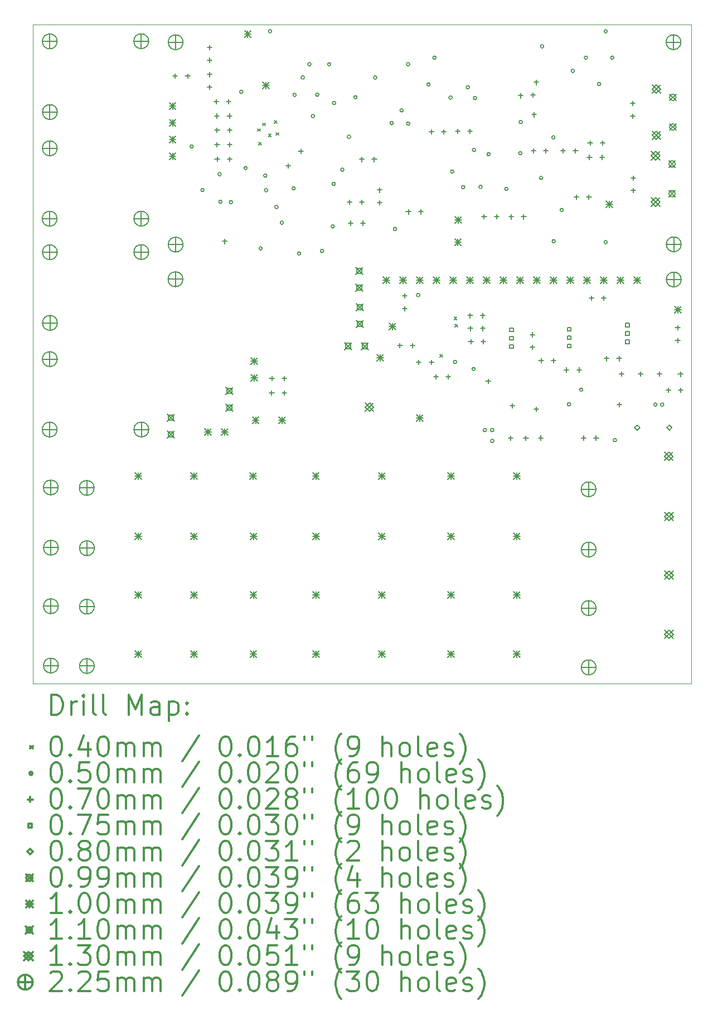
<source format=gbr>
%FSLAX45Y45*%
G04 Gerber Fmt 4.5, Leading zero omitted, Abs format (unit mm)*
G04 Created by KiCad (PCBNEW 5.1.8-5.1.8) date 2022-01-30 02:40:53*
%MOMM*%
%LPD*%
G01*
G04 APERTURE LIST*
%TA.AperFunction,Profile*%
%ADD10C,0.050000*%
%TD*%
%ADD11C,0.200000*%
%ADD12C,0.300000*%
G04 APERTURE END LIST*
D10*
X7800000Y-15100000D02*
X7800000Y-5100000D01*
X17800000Y-15100000D02*
X7800000Y-15100000D01*
X17800000Y-5100000D02*
X17800000Y-15100000D01*
X7800000Y-5100000D02*
X17800000Y-5100000D01*
D11*
X11214600Y-6677300D02*
X11254600Y-6717300D01*
X11254600Y-6677300D02*
X11214600Y-6717300D01*
X11231700Y-6882400D02*
X11271700Y-6922400D01*
X11271700Y-6882400D02*
X11231700Y-6922400D01*
X11291100Y-6593300D02*
X11331100Y-6633300D01*
X11331100Y-6593300D02*
X11291100Y-6633300D01*
X11379600Y-6757200D02*
X11419600Y-6797200D01*
X11419600Y-6757200D02*
X11379600Y-6797200D01*
X11467500Y-6555600D02*
X11507500Y-6595600D01*
X11507500Y-6555600D02*
X11467500Y-6595600D01*
X11493500Y-6736500D02*
X11533500Y-6776500D01*
X11533500Y-6736500D02*
X11493500Y-6776500D01*
X13985000Y-10100600D02*
X14025000Y-10140600D01*
X14025000Y-10100600D02*
X13985000Y-10140600D01*
X14197800Y-9533400D02*
X14237800Y-9573400D01*
X14237800Y-9533400D02*
X14197800Y-9573400D01*
X14209550Y-9646050D02*
X14249550Y-9686050D01*
X14249550Y-9646050D02*
X14209550Y-9686050D01*
X10236400Y-6947200D02*
G75*
G03*
X10236400Y-6947200I-25000J0D01*
G01*
X10401700Y-7608500D02*
G75*
G03*
X10401700Y-7608500I-25000J0D01*
G01*
X10663000Y-7368200D02*
G75*
G03*
X10663000Y-7368200I-25000J0D01*
G01*
X10673650Y-7786150D02*
G75*
G03*
X10673650Y-7786150I-25000J0D01*
G01*
X10833600Y-7792200D02*
G75*
G03*
X10833600Y-7792200I-25000J0D01*
G01*
X10989700Y-6116900D02*
G75*
G03*
X10989700Y-6116900I-25000J0D01*
G01*
X11055700Y-7275600D02*
G75*
G03*
X11055700Y-7275600I-25000J0D01*
G01*
X11283400Y-8493700D02*
G75*
G03*
X11283400Y-8493700I-25000J0D01*
G01*
X11354400Y-7389500D02*
G75*
G03*
X11354400Y-7389500I-25000J0D01*
G01*
X11367700Y-7611600D02*
G75*
G03*
X11367700Y-7611600I-25000J0D01*
G01*
X11427650Y-5198350D02*
G75*
G03*
X11427650Y-5198350I-25000J0D01*
G01*
X11524800Y-7865000D02*
G75*
G03*
X11524800Y-7865000I-25000J0D01*
G01*
X11606750Y-8103750D02*
G75*
G03*
X11606750Y-8103750I-25000J0D01*
G01*
X11785700Y-7582500D02*
G75*
G03*
X11785700Y-7582500I-25000J0D01*
G01*
X11799500Y-6164900D02*
G75*
G03*
X11799500Y-6164900I-25000J0D01*
G01*
X11869800Y-8570400D02*
G75*
G03*
X11869800Y-8570400I-25000J0D01*
G01*
X11925000Y-5900000D02*
G75*
G03*
X11925000Y-5900000I-25000J0D01*
G01*
X12025000Y-5700000D02*
G75*
G03*
X12025000Y-5700000I-25000J0D01*
G01*
X12078200Y-6486700D02*
G75*
G03*
X12078200Y-6486700I-25000J0D01*
G01*
X12145300Y-6162100D02*
G75*
G03*
X12145300Y-6162100I-25000J0D01*
G01*
X12216600Y-8531600D02*
G75*
G03*
X12216600Y-8531600I-25000J0D01*
G01*
X12325000Y-5700000D02*
G75*
G03*
X12325000Y-5700000I-25000J0D01*
G01*
X12378400Y-8159700D02*
G75*
G03*
X12378400Y-8159700I-25000J0D01*
G01*
X12393500Y-7514400D02*
G75*
G03*
X12393500Y-7514400I-25000J0D01*
G01*
X12400400Y-6286800D02*
G75*
G03*
X12400400Y-6286800I-25000J0D01*
G01*
X12525000Y-7300000D02*
G75*
G03*
X12525000Y-7300000I-25000J0D01*
G01*
X12625000Y-6800000D02*
G75*
G03*
X12625000Y-6800000I-25000J0D01*
G01*
X12725000Y-6200000D02*
G75*
G03*
X12725000Y-6200000I-25000J0D01*
G01*
X13025000Y-5900000D02*
G75*
G03*
X13025000Y-5900000I-25000J0D01*
G01*
X13274200Y-6592500D02*
G75*
G03*
X13274200Y-6592500I-25000J0D01*
G01*
X13325000Y-8200000D02*
G75*
G03*
X13325000Y-8200000I-25000J0D01*
G01*
X13425000Y-6400000D02*
G75*
G03*
X13425000Y-6400000I-25000J0D01*
G01*
X13525000Y-5700000D02*
G75*
G03*
X13525000Y-5700000I-25000J0D01*
G01*
X13525000Y-6600000D02*
G75*
G03*
X13525000Y-6600000I-25000J0D01*
G01*
X13677000Y-9201900D02*
G75*
G03*
X13677000Y-9201900I-25000J0D01*
G01*
X13834000Y-6006000D02*
G75*
G03*
X13834000Y-6006000I-25000J0D01*
G01*
X13925000Y-5600000D02*
G75*
G03*
X13925000Y-5600000I-25000J0D01*
G01*
X14168900Y-6205900D02*
G75*
G03*
X14168900Y-6205900I-25000J0D01*
G01*
X14193800Y-7327200D02*
G75*
G03*
X14193800Y-7327200I-25000J0D01*
G01*
X14237600Y-10215100D02*
G75*
G03*
X14237600Y-10215100I-25000J0D01*
G01*
X14360700Y-7565000D02*
G75*
G03*
X14360700Y-7565000I-25000J0D01*
G01*
X14430700Y-6049100D02*
G75*
G03*
X14430700Y-6049100I-25000J0D01*
G01*
X14519000Y-10322500D02*
G75*
G03*
X14519000Y-10322500I-25000J0D01*
G01*
X14525000Y-7000000D02*
G75*
G03*
X14525000Y-7000000I-25000J0D01*
G01*
X14541700Y-6213400D02*
G75*
G03*
X14541700Y-6213400I-25000J0D01*
G01*
X14625100Y-7559300D02*
G75*
G03*
X14625100Y-7559300I-25000J0D01*
G01*
X14689900Y-11250500D02*
G75*
G03*
X14689900Y-11250500I-25000J0D01*
G01*
X14746800Y-7064700D02*
G75*
G03*
X14746800Y-7064700I-25000J0D01*
G01*
X14801700Y-11250500D02*
G75*
G03*
X14801700Y-11250500I-25000J0D01*
G01*
X14801700Y-11415100D02*
G75*
G03*
X14801700Y-11415100I-25000J0D01*
G01*
X15017150Y-7591350D02*
G75*
G03*
X15017150Y-7591350I-25000J0D01*
G01*
X15228100Y-7048300D02*
G75*
G03*
X15228100Y-7048300I-25000J0D01*
G01*
X15234800Y-6576000D02*
G75*
G03*
X15234800Y-6576000I-25000J0D01*
G01*
X15545000Y-7424300D02*
G75*
G03*
X15545000Y-7424300I-25000J0D01*
G01*
X15558900Y-5428100D02*
G75*
G03*
X15558900Y-5428100I-25000J0D01*
G01*
X15731100Y-6808200D02*
G75*
G03*
X15731100Y-6808200I-25000J0D01*
G01*
X15735900Y-8384700D02*
G75*
G03*
X15735900Y-8384700I-25000J0D01*
G01*
X15857000Y-7910000D02*
G75*
G03*
X15857000Y-7910000I-25000J0D01*
G01*
X15967200Y-10858800D02*
G75*
G03*
X15967200Y-10858800I-25000J0D01*
G01*
X16025000Y-5800000D02*
G75*
G03*
X16025000Y-5800000I-25000J0D01*
G01*
X16153700Y-10636100D02*
G75*
G03*
X16153700Y-10636100I-25000J0D01*
G01*
X16225000Y-5600000D02*
G75*
G03*
X16225000Y-5600000I-25000J0D01*
G01*
X16425000Y-6000000D02*
G75*
G03*
X16425000Y-6000000I-25000J0D01*
G01*
X16525000Y-5200000D02*
G75*
G03*
X16525000Y-5200000I-25000J0D01*
G01*
X16525000Y-8400000D02*
G75*
G03*
X16525000Y-8400000I-25000J0D01*
G01*
X16625000Y-5600000D02*
G75*
G03*
X16625000Y-5600000I-25000J0D01*
G01*
X16664250Y-11402650D02*
G75*
G03*
X16664250Y-11402650I-25000J0D01*
G01*
X17278700Y-10863800D02*
G75*
G03*
X17278700Y-10863800I-25000J0D01*
G01*
X17382800Y-10863800D02*
G75*
G03*
X17382800Y-10863800I-25000J0D01*
G01*
X10598700Y-6882300D02*
X10598700Y-6952300D01*
X10563700Y-6917300D02*
X10633700Y-6917300D01*
X10788700Y-6882300D02*
X10788700Y-6952300D01*
X10753700Y-6917300D02*
X10823700Y-6917300D01*
X16263700Y-6855100D02*
X16263700Y-6925100D01*
X16228700Y-6890100D02*
X16298700Y-6890100D01*
X16453700Y-6855100D02*
X16453700Y-6925100D01*
X16418700Y-6890100D02*
X16488700Y-6890100D01*
X10598400Y-6663100D02*
X10598400Y-6733100D01*
X10563400Y-6698100D02*
X10633400Y-6698100D01*
X10788400Y-6663100D02*
X10788400Y-6733100D01*
X10753400Y-6698100D02*
X10823400Y-6698100D01*
X15398000Y-6131000D02*
X15398000Y-6201000D01*
X15363000Y-6166000D02*
X15433000Y-6166000D01*
X15055500Y-11334100D02*
X15055500Y-11404100D01*
X15020500Y-11369100D02*
X15090500Y-11369100D01*
X10484400Y-5819300D02*
X10484400Y-5889300D01*
X10449400Y-5854300D02*
X10519400Y-5854300D01*
X10484400Y-6009300D02*
X10484400Y-6079300D01*
X10449400Y-6044300D02*
X10519400Y-6044300D01*
X16254100Y-7074400D02*
X16254100Y-7144400D01*
X16219100Y-7109400D02*
X16289100Y-7109400D01*
X16444100Y-7074400D02*
X16444100Y-7144400D01*
X16409100Y-7109400D02*
X16479100Y-7109400D01*
X13064900Y-7572000D02*
X13064900Y-7642000D01*
X13029900Y-7607000D02*
X13099900Y-7607000D01*
X13064900Y-7762000D02*
X13064900Y-7832000D01*
X13029900Y-7797000D02*
X13099900Y-7797000D01*
X15083000Y-10844000D02*
X15083000Y-10914000D01*
X15048000Y-10879000D02*
X15118000Y-10879000D01*
X13852100Y-6690400D02*
X13852100Y-6760400D01*
X13817100Y-6725400D02*
X13887100Y-6725400D01*
X14042100Y-6690400D02*
X14042100Y-6760400D01*
X14007100Y-6725400D02*
X14077100Y-6725400D01*
X9960600Y-5842500D02*
X9960600Y-5912500D01*
X9925600Y-5877500D02*
X9995600Y-5877500D01*
X10150600Y-5842500D02*
X10150600Y-5912500D01*
X10115600Y-5877500D02*
X10185600Y-5877500D01*
X14653800Y-7977300D02*
X14653800Y-8047300D01*
X14618800Y-8012300D02*
X14688800Y-8012300D01*
X14843800Y-7977300D02*
X14843800Y-8047300D01*
X14808800Y-8012300D02*
X14878800Y-8012300D01*
X16165900Y-11332400D02*
X16165900Y-11402400D01*
X16130900Y-11367400D02*
X16200900Y-11367400D01*
X16355900Y-11332400D02*
X16355900Y-11402400D01*
X16320900Y-11367400D02*
X16390900Y-11367400D01*
X17031600Y-10363500D02*
X17031600Y-10433500D01*
X16996600Y-10398500D02*
X17066600Y-10398500D01*
X15207000Y-6141000D02*
X15207000Y-6211000D01*
X15172000Y-6176000D02*
X15242000Y-6176000D01*
X10715300Y-8351300D02*
X10715300Y-8421300D01*
X10680300Y-8386300D02*
X10750300Y-8386300D01*
X13503900Y-7902700D02*
X13503900Y-7972700D01*
X13468900Y-7937700D02*
X13538900Y-7937700D01*
X13693900Y-7902700D02*
X13693900Y-7972700D01*
X13658900Y-7937700D02*
X13728900Y-7937700D01*
X14443400Y-9672200D02*
X14443400Y-9742200D01*
X14408400Y-9707200D02*
X14478400Y-9707200D01*
X14633400Y-9672200D02*
X14633400Y-9742200D01*
X14598400Y-9707200D02*
X14668400Y-9707200D01*
X15402000Y-6973300D02*
X15402000Y-7043300D01*
X15367000Y-7008300D02*
X15437000Y-7008300D01*
X15592000Y-6973300D02*
X15592000Y-7043300D01*
X15557000Y-7008300D02*
X15627000Y-7008300D01*
X11678000Y-7202900D02*
X11678000Y-7272900D01*
X11643000Y-7237900D02*
X11713000Y-7237900D01*
X10596400Y-6448000D02*
X10596400Y-6518000D01*
X10561400Y-6483000D02*
X10631400Y-6483000D01*
X10786400Y-6448000D02*
X10786400Y-6518000D01*
X10751400Y-6483000D02*
X10821400Y-6483000D01*
X15065300Y-7978500D02*
X15065300Y-8048500D01*
X15030300Y-8013500D02*
X15100300Y-8013500D01*
X15255300Y-7978500D02*
X15255300Y-8048500D01*
X15220300Y-8013500D02*
X15290300Y-8013500D01*
X15445000Y-10898100D02*
X15445000Y-10968100D01*
X15410000Y-10933100D02*
X15480000Y-10933100D01*
X17320100Y-10365100D02*
X17320100Y-10435100D01*
X17285100Y-10400100D02*
X17355100Y-10400100D01*
X15516200Y-11333300D02*
X15516200Y-11403300D01*
X15481200Y-11368300D02*
X15551200Y-11368300D01*
X15853000Y-6976700D02*
X15853000Y-7046700D01*
X15818000Y-7011700D02*
X15888000Y-7011700D01*
X16043000Y-6976700D02*
X16043000Y-7046700D01*
X16008000Y-7011700D02*
X16078000Y-7011700D01*
X14249800Y-6680000D02*
X14249800Y-6750000D01*
X14214800Y-6715000D02*
X14284800Y-6715000D01*
X14439800Y-6680000D02*
X14439800Y-6750000D01*
X14404800Y-6715000D02*
X14474800Y-6715000D01*
X16744700Y-10363500D02*
X16744700Y-10433500D01*
X16709700Y-10398500D02*
X16779700Y-10398500D01*
X15415000Y-6429000D02*
X15415000Y-6499000D01*
X15380000Y-6464000D02*
X15450000Y-6464000D01*
X12607500Y-7757000D02*
X12607500Y-7827000D01*
X12572500Y-7792000D02*
X12642500Y-7792000D01*
X12797500Y-7757000D02*
X12797500Y-7827000D01*
X12762500Y-7792000D02*
X12832500Y-7792000D01*
X15288500Y-11336200D02*
X15288500Y-11406200D01*
X15253500Y-11371200D02*
X15323500Y-11371200D01*
X16056200Y-7680300D02*
X16056200Y-7750300D01*
X16021200Y-7715300D02*
X16091200Y-7715300D01*
X16246200Y-7680300D02*
X16246200Y-7750300D01*
X16211200Y-7715300D02*
X16281200Y-7715300D01*
X15905200Y-10300300D02*
X15905200Y-10370300D01*
X15870200Y-10335300D02*
X15940200Y-10335300D01*
X16095200Y-10300300D02*
X16095200Y-10370300D01*
X16060200Y-10335300D02*
X16130200Y-10335300D01*
X17592800Y-9662600D02*
X17592800Y-9732600D01*
X17557800Y-9697600D02*
X17627800Y-9697600D01*
X17592800Y-9852600D02*
X17592800Y-9922600D01*
X17557800Y-9887600D02*
X17627800Y-9887600D01*
X12624200Y-8073100D02*
X12624200Y-8143100D01*
X12589200Y-8108100D02*
X12659200Y-8108100D01*
X12814200Y-8073100D02*
X12814200Y-8143100D01*
X12779200Y-8108100D02*
X12849200Y-8108100D01*
X10585200Y-6229400D02*
X10585200Y-6299400D01*
X10550200Y-6264400D02*
X10620200Y-6264400D01*
X10775200Y-6229400D02*
X10775200Y-6299400D01*
X10740200Y-6264400D02*
X10810200Y-6264400D01*
X14451900Y-9870100D02*
X14451900Y-9940100D01*
X14416900Y-9905100D02*
X14486900Y-9905100D01*
X14641900Y-9870100D02*
X14641900Y-9940100D01*
X14606900Y-9905100D02*
X14676900Y-9905100D01*
X15518300Y-10161300D02*
X15518300Y-10231300D01*
X15483300Y-10196300D02*
X15553300Y-10196300D01*
X15708300Y-10161300D02*
X15708300Y-10231300D01*
X15673300Y-10196300D02*
X15743300Y-10196300D01*
X12796600Y-7107100D02*
X12796600Y-7177100D01*
X12761600Y-7142100D02*
X12831600Y-7142100D01*
X12986600Y-7107100D02*
X12986600Y-7177100D01*
X12951600Y-7142100D02*
X13021600Y-7142100D01*
X17635200Y-10366900D02*
X17635200Y-10436900D01*
X17600200Y-10401900D02*
X17670200Y-10401900D01*
X14714400Y-10474800D02*
X14714400Y-10544800D01*
X14679400Y-10509800D02*
X14749400Y-10509800D01*
X16283500Y-9211700D02*
X16283500Y-9281700D01*
X16248500Y-9246700D02*
X16318500Y-9246700D01*
X16473500Y-9211700D02*
X16473500Y-9281700D01*
X16438500Y-9246700D02*
X16508500Y-9246700D01*
X15386200Y-9766300D02*
X15386200Y-9836300D01*
X15351200Y-9801300D02*
X15421200Y-9801300D01*
X15386200Y-9956300D02*
X15386200Y-10026300D01*
X15351200Y-9991300D02*
X15421200Y-9991300D01*
X13449600Y-9179400D02*
X13449600Y-9249400D01*
X13414600Y-9214400D02*
X13484600Y-9214400D01*
X13449600Y-9369400D02*
X13449600Y-9439400D01*
X13414600Y-9404400D02*
X13484600Y-9404400D01*
X11869300Y-6982500D02*
X11869300Y-7052500D01*
X11834300Y-7017500D02*
X11904300Y-7017500D01*
X11429800Y-10430700D02*
X11429800Y-10500700D01*
X11394800Y-10465700D02*
X11464800Y-10465700D01*
X11619800Y-10430700D02*
X11619800Y-10500700D01*
X11584800Y-10465700D02*
X11654800Y-10465700D01*
X15445000Y-5938000D02*
X15445000Y-6008000D01*
X15410000Y-5973000D02*
X15480000Y-5973000D01*
X13919900Y-10406500D02*
X13919900Y-10476500D01*
X13884900Y-10441500D02*
X13954900Y-10441500D01*
X14109900Y-10406500D02*
X14109900Y-10476500D01*
X14074900Y-10441500D02*
X14144900Y-10441500D01*
X11428500Y-10648900D02*
X11428500Y-10718900D01*
X11393500Y-10683900D02*
X11463500Y-10683900D01*
X11618500Y-10648900D02*
X11618500Y-10718900D01*
X11583500Y-10683900D02*
X11653500Y-10683900D01*
X10484400Y-5411100D02*
X10484400Y-5481100D01*
X10449400Y-5446100D02*
X10519400Y-5446100D01*
X10484400Y-5601100D02*
X10484400Y-5671100D01*
X10449400Y-5636100D02*
X10519400Y-5636100D01*
X16514200Y-10129300D02*
X16514200Y-10199300D01*
X16479200Y-10164300D02*
X16549200Y-10164300D01*
X16704200Y-10129300D02*
X16704200Y-10199300D01*
X16669200Y-10164300D02*
X16739200Y-10164300D01*
X14442000Y-9477300D02*
X14442000Y-9547300D01*
X14407000Y-9512300D02*
X14477000Y-9512300D01*
X14632000Y-9477300D02*
X14632000Y-9547300D01*
X14597000Y-9512300D02*
X14667000Y-9512300D01*
X13375500Y-9932600D02*
X13375500Y-10002600D01*
X13340500Y-9967600D02*
X13410500Y-9967600D01*
X13565500Y-9932600D02*
X13565500Y-10002600D01*
X13530500Y-9967600D02*
X13600500Y-9967600D01*
X16919600Y-7390200D02*
X16919600Y-7460200D01*
X16884600Y-7425200D02*
X16954600Y-7425200D01*
X16919600Y-7580200D02*
X16919600Y-7650200D01*
X16884600Y-7615200D02*
X16954600Y-7615200D01*
X17452100Y-10606900D02*
X17452100Y-10676900D01*
X17417100Y-10641900D02*
X17487100Y-10641900D01*
X17642100Y-10606900D02*
X17642100Y-10676900D01*
X17607100Y-10641900D02*
X17677100Y-10641900D01*
X10599200Y-7101300D02*
X10599200Y-7171300D01*
X10564200Y-7136300D02*
X10634200Y-7136300D01*
X10789200Y-7101300D02*
X10789200Y-7171300D01*
X10754200Y-7136300D02*
X10824200Y-7136300D01*
X13661800Y-10185500D02*
X13661800Y-10255500D01*
X13626800Y-10220500D02*
X13696800Y-10220500D01*
X13851800Y-10185500D02*
X13851800Y-10255500D01*
X13816800Y-10220500D02*
X13886800Y-10220500D01*
X16708400Y-10828400D02*
X16708400Y-10898400D01*
X16673400Y-10863400D02*
X16743400Y-10863400D01*
X16909000Y-6259400D02*
X16909000Y-6329400D01*
X16874000Y-6294400D02*
X16944000Y-6294400D01*
X16909000Y-6449400D02*
X16909000Y-6519400D01*
X16874000Y-6484400D02*
X16944000Y-6484400D01*
X15973317Y-9747317D02*
X15973317Y-9694283D01*
X15920283Y-9694283D01*
X15920283Y-9747317D01*
X15973317Y-9747317D01*
X15973317Y-9874317D02*
X15973317Y-9821283D01*
X15920283Y-9821283D01*
X15920283Y-9874317D01*
X15973317Y-9874317D01*
X15973317Y-10001317D02*
X15973317Y-9948283D01*
X15920283Y-9948283D01*
X15920283Y-10001317D01*
X15973317Y-10001317D01*
X15096917Y-9753817D02*
X15096917Y-9700783D01*
X15043883Y-9700783D01*
X15043883Y-9753817D01*
X15096917Y-9753817D01*
X15096917Y-9880817D02*
X15096917Y-9827783D01*
X15043883Y-9827783D01*
X15043883Y-9880817D01*
X15096917Y-9880817D01*
X15096917Y-10007817D02*
X15096917Y-9954783D01*
X15043883Y-9954783D01*
X15043883Y-10007817D01*
X15096917Y-10007817D01*
X16856117Y-9683517D02*
X16856117Y-9630483D01*
X16803083Y-9630483D01*
X16803083Y-9683517D01*
X16856117Y-9683517D01*
X16856117Y-9810517D02*
X16856117Y-9757483D01*
X16803083Y-9757483D01*
X16803083Y-9810517D01*
X16856117Y-9810517D01*
X16856117Y-9937517D02*
X16856117Y-9884483D01*
X16803083Y-9884483D01*
X16803083Y-9937517D01*
X16856117Y-9937517D01*
X16979700Y-11253600D02*
X17019700Y-11213600D01*
X16979700Y-11173600D01*
X16939700Y-11213600D01*
X16979700Y-11253600D01*
X17467700Y-11253600D02*
X17507700Y-11213600D01*
X17467700Y-11173600D01*
X17427700Y-11213600D01*
X17467700Y-11253600D01*
X17468700Y-6152400D02*
X17567700Y-6251400D01*
X17567700Y-6152400D02*
X17468700Y-6251400D01*
X17567700Y-6201900D02*
G75*
G03*
X17567700Y-6201900I-49500J0D01*
G01*
X17468700Y-6602400D02*
X17567700Y-6701400D01*
X17567700Y-6602400D02*
X17468700Y-6701400D01*
X17567700Y-6651900D02*
G75*
G03*
X17567700Y-6651900I-49500J0D01*
G01*
X17458800Y-7163800D02*
X17557800Y-7262800D01*
X17557800Y-7163800D02*
X17458800Y-7262800D01*
X17557800Y-7213300D02*
G75*
G03*
X17557800Y-7213300I-49500J0D01*
G01*
X17458800Y-7613800D02*
X17557800Y-7712800D01*
X17557800Y-7613800D02*
X17458800Y-7712800D01*
X17557800Y-7663300D02*
G75*
G03*
X17557800Y-7663300I-49500J0D01*
G01*
X11290300Y-5971900D02*
X11390300Y-6071900D01*
X11390300Y-5971900D02*
X11290300Y-6071900D01*
X11340300Y-5971900D02*
X11340300Y-6071900D01*
X11290300Y-6021900D02*
X11390300Y-6021900D01*
X10198000Y-11898000D02*
X10298000Y-11998000D01*
X10298000Y-11898000D02*
X10198000Y-11998000D01*
X10248000Y-11898000D02*
X10248000Y-11998000D01*
X10198000Y-11948000D02*
X10298000Y-11948000D01*
X12050000Y-14600000D02*
X12150000Y-14700000D01*
X12150000Y-14600000D02*
X12050000Y-14700000D01*
X12100000Y-14600000D02*
X12100000Y-14700000D01*
X12050000Y-14650000D02*
X12150000Y-14650000D01*
X13214100Y-9627100D02*
X13314100Y-9727100D01*
X13314100Y-9627100D02*
X13214100Y-9727100D01*
X13264100Y-9627100D02*
X13264100Y-9727100D01*
X13214100Y-9677100D02*
X13314100Y-9677100D01*
X9350000Y-14600000D02*
X9450000Y-14700000D01*
X9450000Y-14600000D02*
X9350000Y-14700000D01*
X9400000Y-14600000D02*
X9400000Y-14700000D01*
X9350000Y-14650000D02*
X9450000Y-14650000D01*
X10200000Y-13700000D02*
X10300000Y-13800000D01*
X10300000Y-13700000D02*
X10200000Y-13800000D01*
X10250000Y-13700000D02*
X10250000Y-13800000D01*
X10200000Y-13750000D02*
X10300000Y-13750000D01*
X12048000Y-11898000D02*
X12148000Y-11998000D01*
X12148000Y-11898000D02*
X12048000Y-11998000D01*
X12098000Y-11898000D02*
X12098000Y-11998000D01*
X12048000Y-11948000D02*
X12148000Y-11948000D01*
X12050000Y-13700000D02*
X12150000Y-13800000D01*
X12150000Y-13700000D02*
X12050000Y-13800000D01*
X12100000Y-13700000D02*
X12100000Y-13800000D01*
X12050000Y-13750000D02*
X12150000Y-13750000D01*
X16508000Y-7777000D02*
X16608000Y-7877000D01*
X16608000Y-7777000D02*
X16508000Y-7877000D01*
X16558000Y-7777000D02*
X16558000Y-7877000D01*
X16508000Y-7827000D02*
X16608000Y-7827000D01*
X12051000Y-12812000D02*
X12151000Y-12912000D01*
X12151000Y-12812000D02*
X12051000Y-12912000D01*
X12101000Y-12812000D02*
X12101000Y-12912000D01*
X12051000Y-12862000D02*
X12151000Y-12862000D01*
X15100000Y-13700000D02*
X15200000Y-13800000D01*
X15200000Y-13700000D02*
X15100000Y-13800000D01*
X15150000Y-13700000D02*
X15150000Y-13800000D01*
X15100000Y-13750000D02*
X15200000Y-13750000D01*
X14100000Y-13700000D02*
X14200000Y-13800000D01*
X14200000Y-13700000D02*
X14100000Y-13800000D01*
X14150000Y-13700000D02*
X14150000Y-13800000D01*
X14100000Y-13750000D02*
X14200000Y-13750000D01*
X9351000Y-12812000D02*
X9451000Y-12912000D01*
X9451000Y-12812000D02*
X9351000Y-12912000D01*
X9401000Y-12812000D02*
X9401000Y-12912000D01*
X9351000Y-12862000D02*
X9451000Y-12862000D01*
X9348000Y-11898000D02*
X9448000Y-11998000D01*
X9448000Y-11898000D02*
X9348000Y-11998000D01*
X9398000Y-11898000D02*
X9398000Y-11998000D01*
X9348000Y-11948000D02*
X9448000Y-11948000D01*
X11133600Y-11051100D02*
X11233600Y-11151100D01*
X11233600Y-11051100D02*
X11133600Y-11151100D01*
X11183600Y-11051100D02*
X11183600Y-11151100D01*
X11133600Y-11101100D02*
X11233600Y-11101100D01*
X11533600Y-11051100D02*
X11633600Y-11151100D01*
X11633600Y-11051100D02*
X11533600Y-11151100D01*
X11583600Y-11051100D02*
X11583600Y-11151100D01*
X11533600Y-11101100D02*
X11633600Y-11101100D01*
X14210000Y-8009000D02*
X14310000Y-8109000D01*
X14310000Y-8009000D02*
X14210000Y-8109000D01*
X14260000Y-8009000D02*
X14260000Y-8109000D01*
X14210000Y-8059000D02*
X14310000Y-8059000D01*
X13116000Y-8925000D02*
X13216000Y-9025000D01*
X13216000Y-8925000D02*
X13116000Y-9025000D01*
X13166000Y-8925000D02*
X13166000Y-9025000D01*
X13116000Y-8975000D02*
X13216000Y-8975000D01*
X13370000Y-8925000D02*
X13470000Y-9025000D01*
X13470000Y-8925000D02*
X13370000Y-9025000D01*
X13420000Y-8925000D02*
X13420000Y-9025000D01*
X13370000Y-8975000D02*
X13470000Y-8975000D01*
X13624000Y-8925000D02*
X13724000Y-9025000D01*
X13724000Y-8925000D02*
X13624000Y-9025000D01*
X13674000Y-8925000D02*
X13674000Y-9025000D01*
X13624000Y-8975000D02*
X13724000Y-8975000D01*
X13878000Y-8925000D02*
X13978000Y-9025000D01*
X13978000Y-8925000D02*
X13878000Y-9025000D01*
X13928000Y-8925000D02*
X13928000Y-9025000D01*
X13878000Y-8975000D02*
X13978000Y-8975000D01*
X14132000Y-8925000D02*
X14232000Y-9025000D01*
X14232000Y-8925000D02*
X14132000Y-9025000D01*
X14182000Y-8925000D02*
X14182000Y-9025000D01*
X14132000Y-8975000D02*
X14232000Y-8975000D01*
X14386000Y-8925000D02*
X14486000Y-9025000D01*
X14486000Y-8925000D02*
X14386000Y-9025000D01*
X14436000Y-8925000D02*
X14436000Y-9025000D01*
X14386000Y-8975000D02*
X14486000Y-8975000D01*
X14640000Y-8925000D02*
X14740000Y-9025000D01*
X14740000Y-8925000D02*
X14640000Y-9025000D01*
X14690000Y-8925000D02*
X14690000Y-9025000D01*
X14640000Y-8975000D02*
X14740000Y-8975000D01*
X14894000Y-8925000D02*
X14994000Y-9025000D01*
X14994000Y-8925000D02*
X14894000Y-9025000D01*
X14944000Y-8925000D02*
X14944000Y-9025000D01*
X14894000Y-8975000D02*
X14994000Y-8975000D01*
X15148000Y-8925000D02*
X15248000Y-9025000D01*
X15248000Y-8925000D02*
X15148000Y-9025000D01*
X15198000Y-8925000D02*
X15198000Y-9025000D01*
X15148000Y-8975000D02*
X15248000Y-8975000D01*
X15402000Y-8925000D02*
X15502000Y-9025000D01*
X15502000Y-8925000D02*
X15402000Y-9025000D01*
X15452000Y-8925000D02*
X15452000Y-9025000D01*
X15402000Y-8975000D02*
X15502000Y-8975000D01*
X15656000Y-8925000D02*
X15756000Y-9025000D01*
X15756000Y-8925000D02*
X15656000Y-9025000D01*
X15706000Y-8925000D02*
X15706000Y-9025000D01*
X15656000Y-8975000D02*
X15756000Y-8975000D01*
X15910000Y-8925000D02*
X16010000Y-9025000D01*
X16010000Y-8925000D02*
X15910000Y-9025000D01*
X15960000Y-8925000D02*
X15960000Y-9025000D01*
X15910000Y-8975000D02*
X16010000Y-8975000D01*
X16164000Y-8925000D02*
X16264000Y-9025000D01*
X16264000Y-8925000D02*
X16164000Y-9025000D01*
X16214000Y-8925000D02*
X16214000Y-9025000D01*
X16164000Y-8975000D02*
X16264000Y-8975000D01*
X16418000Y-8925000D02*
X16518000Y-9025000D01*
X16518000Y-8925000D02*
X16418000Y-9025000D01*
X16468000Y-8925000D02*
X16468000Y-9025000D01*
X16418000Y-8975000D02*
X16518000Y-8975000D01*
X16672000Y-8925000D02*
X16772000Y-9025000D01*
X16772000Y-8925000D02*
X16672000Y-9025000D01*
X16722000Y-8925000D02*
X16722000Y-9025000D01*
X16672000Y-8975000D02*
X16772000Y-8975000D01*
X16926000Y-8925000D02*
X17026000Y-9025000D01*
X17026000Y-8925000D02*
X16926000Y-9025000D01*
X16976000Y-8925000D02*
X16976000Y-9025000D01*
X16926000Y-8975000D02*
X17026000Y-8975000D01*
X9872400Y-6280900D02*
X9972400Y-6380900D01*
X9972400Y-6280900D02*
X9872400Y-6380900D01*
X9922400Y-6280900D02*
X9922400Y-6380900D01*
X9872400Y-6330900D02*
X9972400Y-6330900D01*
X9872400Y-6534900D02*
X9972400Y-6634900D01*
X9972400Y-6534900D02*
X9872400Y-6634900D01*
X9922400Y-6534900D02*
X9922400Y-6634900D01*
X9872400Y-6584900D02*
X9972400Y-6584900D01*
X9872400Y-6788900D02*
X9972400Y-6888900D01*
X9972400Y-6788900D02*
X9872400Y-6888900D01*
X9922400Y-6788900D02*
X9922400Y-6888900D01*
X9872400Y-6838900D02*
X9972400Y-6838900D01*
X9872400Y-7042900D02*
X9972400Y-7142900D01*
X9972400Y-7042900D02*
X9872400Y-7142900D01*
X9922400Y-7042900D02*
X9922400Y-7142900D01*
X9872400Y-7092900D02*
X9972400Y-7092900D01*
X11111200Y-10154400D02*
X11211200Y-10254400D01*
X11211200Y-10154400D02*
X11111200Y-10254400D01*
X11161200Y-10154400D02*
X11161200Y-10254400D01*
X11111200Y-10204400D02*
X11211200Y-10204400D01*
X11111200Y-10408400D02*
X11211200Y-10508400D01*
X11211200Y-10408400D02*
X11111200Y-10508400D01*
X11161200Y-10408400D02*
X11161200Y-10508400D01*
X11111200Y-10458400D02*
X11211200Y-10458400D01*
X11100000Y-13700000D02*
X11200000Y-13800000D01*
X11200000Y-13700000D02*
X11100000Y-13800000D01*
X11150000Y-13700000D02*
X11150000Y-13800000D01*
X11100000Y-13750000D02*
X11200000Y-13750000D01*
X9350000Y-13700000D02*
X9450000Y-13800000D01*
X9450000Y-13700000D02*
X9350000Y-13800000D01*
X9400000Y-13700000D02*
X9400000Y-13800000D01*
X9350000Y-13750000D02*
X9450000Y-13750000D01*
X13025500Y-10101100D02*
X13125500Y-10201100D01*
X13125500Y-10101100D02*
X13025500Y-10201100D01*
X13075500Y-10101100D02*
X13075500Y-10201100D01*
X13025500Y-10151100D02*
X13125500Y-10151100D01*
X10407600Y-11230100D02*
X10507600Y-11330100D01*
X10507600Y-11230100D02*
X10407600Y-11330100D01*
X10457600Y-11230100D02*
X10457600Y-11330100D01*
X10407600Y-11280100D02*
X10507600Y-11280100D01*
X10661600Y-11230100D02*
X10761600Y-11330100D01*
X10761600Y-11230100D02*
X10661600Y-11330100D01*
X10711600Y-11230100D02*
X10711600Y-11330100D01*
X10661600Y-11280100D02*
X10761600Y-11280100D01*
X14100000Y-14600000D02*
X14200000Y-14700000D01*
X14200000Y-14600000D02*
X14100000Y-14700000D01*
X14150000Y-14600000D02*
X14150000Y-14700000D01*
X14100000Y-14650000D02*
X14200000Y-14650000D01*
X10200000Y-14600000D02*
X10300000Y-14700000D01*
X10300000Y-14600000D02*
X10200000Y-14700000D01*
X10250000Y-14600000D02*
X10250000Y-14700000D01*
X10200000Y-14650000D02*
X10300000Y-14650000D01*
X14206000Y-8347000D02*
X14306000Y-8447000D01*
X14306000Y-8347000D02*
X14206000Y-8447000D01*
X14256000Y-8347000D02*
X14256000Y-8447000D01*
X14206000Y-8397000D02*
X14306000Y-8397000D01*
X15101000Y-12812000D02*
X15201000Y-12912000D01*
X15201000Y-12812000D02*
X15101000Y-12912000D01*
X15151000Y-12812000D02*
X15151000Y-12912000D01*
X15101000Y-12862000D02*
X15201000Y-12862000D01*
X17544500Y-9373700D02*
X17644500Y-9473700D01*
X17644500Y-9373700D02*
X17544500Y-9473700D01*
X17594500Y-9373700D02*
X17594500Y-9473700D01*
X17544500Y-9423700D02*
X17644500Y-9423700D01*
X15098000Y-11898000D02*
X15198000Y-11998000D01*
X15198000Y-11898000D02*
X15098000Y-11998000D01*
X15148000Y-11898000D02*
X15148000Y-11998000D01*
X15098000Y-11948000D02*
X15198000Y-11948000D01*
X11101000Y-12812000D02*
X11201000Y-12912000D01*
X11201000Y-12812000D02*
X11101000Y-12912000D01*
X11151000Y-12812000D02*
X11151000Y-12912000D01*
X11101000Y-12862000D02*
X11201000Y-12862000D01*
X13050000Y-13700000D02*
X13150000Y-13800000D01*
X13150000Y-13700000D02*
X13050000Y-13800000D01*
X13100000Y-13700000D02*
X13100000Y-13800000D01*
X13050000Y-13750000D02*
X13150000Y-13750000D01*
X13051000Y-12812000D02*
X13151000Y-12912000D01*
X13151000Y-12812000D02*
X13051000Y-12912000D01*
X13101000Y-12812000D02*
X13101000Y-12912000D01*
X13051000Y-12862000D02*
X13151000Y-12862000D01*
X11100000Y-14600000D02*
X11200000Y-14700000D01*
X11200000Y-14600000D02*
X11100000Y-14700000D01*
X11150000Y-14600000D02*
X11150000Y-14700000D01*
X11100000Y-14650000D02*
X11200000Y-14650000D01*
X11014000Y-5190800D02*
X11114000Y-5290800D01*
X11114000Y-5190800D02*
X11014000Y-5290800D01*
X11064000Y-5190800D02*
X11064000Y-5290800D01*
X11014000Y-5240800D02*
X11114000Y-5240800D01*
X11098000Y-11898000D02*
X11198000Y-11998000D01*
X11198000Y-11898000D02*
X11098000Y-11998000D01*
X11148000Y-11898000D02*
X11148000Y-11998000D01*
X11098000Y-11948000D02*
X11198000Y-11948000D01*
X15100000Y-14600000D02*
X15200000Y-14700000D01*
X15200000Y-14600000D02*
X15100000Y-14700000D01*
X15150000Y-14600000D02*
X15150000Y-14700000D01*
X15100000Y-14650000D02*
X15200000Y-14650000D01*
X13048000Y-11898000D02*
X13148000Y-11998000D01*
X13148000Y-11898000D02*
X13048000Y-11998000D01*
X13098000Y-11898000D02*
X13098000Y-11998000D01*
X13048000Y-11948000D02*
X13148000Y-11948000D01*
X14098000Y-11898000D02*
X14198000Y-11998000D01*
X14198000Y-11898000D02*
X14098000Y-11998000D01*
X14148000Y-11898000D02*
X14148000Y-11998000D01*
X14098000Y-11948000D02*
X14198000Y-11948000D01*
X10201000Y-12812000D02*
X10301000Y-12912000D01*
X10301000Y-12812000D02*
X10201000Y-12912000D01*
X10251000Y-12812000D02*
X10251000Y-12912000D01*
X10201000Y-12862000D02*
X10301000Y-12862000D01*
X14101000Y-12812000D02*
X14201000Y-12912000D01*
X14201000Y-12812000D02*
X14101000Y-12912000D01*
X14151000Y-12812000D02*
X14151000Y-12912000D01*
X14101000Y-12862000D02*
X14201000Y-12862000D01*
X13624200Y-11014900D02*
X13724200Y-11114900D01*
X13724200Y-11014900D02*
X13624200Y-11114900D01*
X13674200Y-11014900D02*
X13674200Y-11114900D01*
X13624200Y-11064900D02*
X13724200Y-11064900D01*
X13050000Y-14600000D02*
X13150000Y-14700000D01*
X13150000Y-14600000D02*
X13050000Y-14700000D01*
X13100000Y-14600000D02*
X13100000Y-14700000D01*
X13050000Y-14650000D02*
X13150000Y-14650000D01*
X12711500Y-9332700D02*
X12821500Y-9442700D01*
X12821500Y-9332700D02*
X12711500Y-9442700D01*
X12805391Y-9426591D02*
X12805391Y-9348809D01*
X12727609Y-9348809D01*
X12727609Y-9426591D01*
X12805391Y-9426591D01*
X12711500Y-9586700D02*
X12821500Y-9696700D01*
X12821500Y-9586700D02*
X12711500Y-9696700D01*
X12805391Y-9680591D02*
X12805391Y-9602809D01*
X12727609Y-9602809D01*
X12727609Y-9680591D01*
X12805391Y-9680591D01*
X12705000Y-8781300D02*
X12815000Y-8891300D01*
X12815000Y-8781300D02*
X12705000Y-8891300D01*
X12798891Y-8875191D02*
X12798891Y-8797409D01*
X12721109Y-8797409D01*
X12721109Y-8875191D01*
X12798891Y-8875191D01*
X12705000Y-9035300D02*
X12815000Y-9145300D01*
X12815000Y-9035300D02*
X12705000Y-9145300D01*
X12798891Y-9129191D02*
X12798891Y-9051409D01*
X12721109Y-9051409D01*
X12721109Y-9129191D01*
X12798891Y-9129191D01*
X12535100Y-9919500D02*
X12645100Y-10029500D01*
X12645100Y-9919500D02*
X12535100Y-10029500D01*
X12628991Y-10013391D02*
X12628991Y-9935609D01*
X12551209Y-9935609D01*
X12551209Y-10013391D01*
X12628991Y-10013391D01*
X12789100Y-9919500D02*
X12899100Y-10029500D01*
X12899100Y-9919500D02*
X12789100Y-10029500D01*
X12882991Y-10013391D02*
X12882991Y-9935609D01*
X12805209Y-9935609D01*
X12805209Y-10013391D01*
X12882991Y-10013391D01*
X10732700Y-10599400D02*
X10842700Y-10709400D01*
X10842700Y-10599400D02*
X10732700Y-10709400D01*
X10826591Y-10693291D02*
X10826591Y-10615509D01*
X10748809Y-10615509D01*
X10748809Y-10693291D01*
X10826591Y-10693291D01*
X10732700Y-10853400D02*
X10842700Y-10963400D01*
X10842700Y-10853400D02*
X10732700Y-10963400D01*
X10826591Y-10947291D02*
X10826591Y-10869509D01*
X10748809Y-10869509D01*
X10748809Y-10947291D01*
X10826591Y-10947291D01*
X9838900Y-11008200D02*
X9948900Y-11118200D01*
X9948900Y-11008200D02*
X9838900Y-11118200D01*
X9932791Y-11102091D02*
X9932791Y-11024309D01*
X9855009Y-11024309D01*
X9855009Y-11102091D01*
X9932791Y-11102091D01*
X9838900Y-11262200D02*
X9948900Y-11372200D01*
X9948900Y-11262200D02*
X9838900Y-11372200D01*
X9932791Y-11356091D02*
X9932791Y-11278309D01*
X9855009Y-11278309D01*
X9855009Y-11356091D01*
X9932791Y-11356091D01*
X17396000Y-14285000D02*
X17526000Y-14415000D01*
X17526000Y-14285000D02*
X17396000Y-14415000D01*
X17461000Y-14415000D02*
X17526000Y-14350000D01*
X17461000Y-14285000D01*
X17396000Y-14350000D01*
X17461000Y-14415000D01*
X17204200Y-6011900D02*
X17334200Y-6141900D01*
X17334200Y-6011900D02*
X17204200Y-6141900D01*
X17269200Y-6141900D02*
X17334200Y-6076900D01*
X17269200Y-6011900D01*
X17204200Y-6076900D01*
X17269200Y-6141900D01*
X17204200Y-6712900D02*
X17334200Y-6842900D01*
X17334200Y-6712900D02*
X17204200Y-6842900D01*
X17269200Y-6842900D02*
X17334200Y-6777900D01*
X17269200Y-6712900D01*
X17204200Y-6777900D01*
X17269200Y-6842900D01*
X17194300Y-7023300D02*
X17324300Y-7153300D01*
X17324300Y-7023300D02*
X17194300Y-7153300D01*
X17259300Y-7153300D02*
X17324300Y-7088300D01*
X17259300Y-7023300D01*
X17194300Y-7088300D01*
X17259300Y-7153300D01*
X17194300Y-7724300D02*
X17324300Y-7854300D01*
X17324300Y-7724300D02*
X17194300Y-7854300D01*
X17259300Y-7854300D02*
X17324300Y-7789300D01*
X17259300Y-7724300D01*
X17194300Y-7789300D01*
X17259300Y-7854300D01*
X17397000Y-12497000D02*
X17527000Y-12627000D01*
X17527000Y-12497000D02*
X17397000Y-12627000D01*
X17462000Y-12627000D02*
X17527000Y-12562000D01*
X17462000Y-12497000D01*
X17397000Y-12562000D01*
X17462000Y-12627000D01*
X17394000Y-11583000D02*
X17524000Y-11713000D01*
X17524000Y-11583000D02*
X17394000Y-11713000D01*
X17459000Y-11713000D02*
X17524000Y-11648000D01*
X17459000Y-11583000D01*
X17394000Y-11648000D01*
X17459000Y-11713000D01*
X12847100Y-10836700D02*
X12977100Y-10966700D01*
X12977100Y-10836700D02*
X12847100Y-10966700D01*
X12912100Y-10966700D02*
X12977100Y-10901700D01*
X12912100Y-10836700D01*
X12847100Y-10901700D01*
X12912100Y-10966700D01*
X17396000Y-13385000D02*
X17526000Y-13515000D01*
X17526000Y-13385000D02*
X17396000Y-13515000D01*
X17461000Y-13515000D02*
X17526000Y-13450000D01*
X17461000Y-13385000D01*
X17396000Y-13450000D01*
X17461000Y-13515000D01*
X8059000Y-6312500D02*
X8059000Y-6537500D01*
X7946500Y-6425000D02*
X8171500Y-6425000D01*
X8171500Y-6425000D02*
G75*
G03*
X8171500Y-6425000I-112500J0D01*
G01*
X9969400Y-8323100D02*
X9969400Y-8548100D01*
X9856900Y-8435600D02*
X10081900Y-8435600D01*
X10081900Y-8435600D02*
G75*
G03*
X10081900Y-8435600I-112500J0D01*
G01*
X8058000Y-8439500D02*
X8058000Y-8664500D01*
X7945500Y-8552000D02*
X8170500Y-8552000D01*
X8170500Y-8552000D02*
G75*
G03*
X8170500Y-8552000I-112500J0D01*
G01*
X9448000Y-11129500D02*
X9448000Y-11354500D01*
X9335500Y-11242000D02*
X9560500Y-11242000D01*
X9560500Y-11242000D02*
G75*
G03*
X9560500Y-11242000I-112500J0D01*
G01*
X9447000Y-7930500D02*
X9447000Y-8155500D01*
X9334500Y-8043000D02*
X9559500Y-8043000D01*
X9559500Y-8043000D02*
G75*
G03*
X9559500Y-8043000I-112500J0D01*
G01*
X9969500Y-5253400D02*
X9969500Y-5478400D01*
X9857000Y-5365900D02*
X10082000Y-5365900D01*
X10082000Y-5365900D02*
G75*
G03*
X10082000Y-5365900I-112500J0D01*
G01*
X8060000Y-9511500D02*
X8060000Y-9736500D01*
X7947500Y-9624000D02*
X8172500Y-9624000D01*
X8172500Y-9624000D02*
G75*
G03*
X8172500Y-9624000I-112500J0D01*
G01*
X16240000Y-12036500D02*
X16240000Y-12261500D01*
X16127500Y-12149000D02*
X16352500Y-12149000D01*
X16352500Y-12149000D02*
G75*
G03*
X16352500Y-12149000I-112500J0D01*
G01*
X16243000Y-12950500D02*
X16243000Y-13175500D01*
X16130500Y-13063000D02*
X16355500Y-13063000D01*
X16355500Y-13063000D02*
G75*
G03*
X16355500Y-13063000I-112500J0D01*
G01*
X17534400Y-8319700D02*
X17534400Y-8544700D01*
X17421900Y-8432200D02*
X17646900Y-8432200D01*
X17646900Y-8432200D02*
G75*
G03*
X17646900Y-8432200I-112500J0D01*
G01*
X17534500Y-8853100D02*
X17534500Y-9078100D01*
X17422000Y-8965600D02*
X17647000Y-8965600D01*
X17647000Y-8965600D02*
G75*
G03*
X17647000Y-8965600I-112500J0D01*
G01*
X9447000Y-8436500D02*
X9447000Y-8661500D01*
X9334500Y-8549000D02*
X9559500Y-8549000D01*
X9559500Y-8549000D02*
G75*
G03*
X9559500Y-8549000I-112500J0D01*
G01*
X8056000Y-11129500D02*
X8056000Y-11354500D01*
X7943500Y-11242000D02*
X8168500Y-11242000D01*
X8168500Y-11242000D02*
G75*
G03*
X8168500Y-11242000I-112500J0D01*
G01*
X8058000Y-10061500D02*
X8058000Y-10286500D01*
X7945500Y-10174000D02*
X8170500Y-10174000D01*
X8170500Y-10174000D02*
G75*
G03*
X8170500Y-10174000I-112500J0D01*
G01*
X8074000Y-14710500D02*
X8074000Y-14935500D01*
X7961500Y-14823000D02*
X8186500Y-14823000D01*
X8186500Y-14823000D02*
G75*
G03*
X8186500Y-14823000I-112500J0D01*
G01*
X8057000Y-6862500D02*
X8057000Y-7087500D01*
X7944500Y-6975000D02*
X8169500Y-6975000D01*
X8169500Y-6975000D02*
G75*
G03*
X8169500Y-6975000I-112500J0D01*
G01*
X8074000Y-13810500D02*
X8074000Y-14035500D01*
X7961500Y-13923000D02*
X8186500Y-13923000D01*
X8186500Y-13923000D02*
G75*
G03*
X8186500Y-13923000I-112500J0D01*
G01*
X9446000Y-5237500D02*
X9446000Y-5462500D01*
X9333500Y-5350000D02*
X9558500Y-5350000D01*
X9558500Y-5350000D02*
G75*
G03*
X9558500Y-5350000I-112500J0D01*
G01*
X16242000Y-14738500D02*
X16242000Y-14963500D01*
X16129500Y-14851000D02*
X16354500Y-14851000D01*
X16354500Y-14851000D02*
G75*
G03*
X16354500Y-14851000I-112500J0D01*
G01*
X8055000Y-7930500D02*
X8055000Y-8155500D01*
X7942500Y-8043000D02*
X8167500Y-8043000D01*
X8167500Y-8043000D02*
G75*
G03*
X8167500Y-8043000I-112500J0D01*
G01*
X8075000Y-12922500D02*
X8075000Y-13147500D01*
X7962500Y-13035000D02*
X8187500Y-13035000D01*
X8187500Y-13035000D02*
G75*
G03*
X8187500Y-13035000I-112500J0D01*
G01*
X9966300Y-8849400D02*
X9966300Y-9074400D01*
X9853800Y-8961900D02*
X10078800Y-8961900D01*
X10078800Y-8961900D02*
G75*
G03*
X10078800Y-8961900I-112500J0D01*
G01*
X8621000Y-13817500D02*
X8621000Y-14042500D01*
X8508500Y-13930000D02*
X8733500Y-13930000D01*
X8733500Y-13930000D02*
G75*
G03*
X8733500Y-13930000I-112500J0D01*
G01*
X16242000Y-13838500D02*
X16242000Y-14063500D01*
X16129500Y-13951000D02*
X16354500Y-13951000D01*
X16354500Y-13951000D02*
G75*
G03*
X16354500Y-13951000I-112500J0D01*
G01*
X8619000Y-12015500D02*
X8619000Y-12240500D01*
X8506500Y-12128000D02*
X8731500Y-12128000D01*
X8731500Y-12128000D02*
G75*
G03*
X8731500Y-12128000I-112500J0D01*
G01*
X8621000Y-14717500D02*
X8621000Y-14942500D01*
X8508500Y-14830000D02*
X8733500Y-14830000D01*
X8733500Y-14830000D02*
G75*
G03*
X8733500Y-14830000I-112500J0D01*
G01*
X8072000Y-12008500D02*
X8072000Y-12233500D01*
X7959500Y-12121000D02*
X8184500Y-12121000D01*
X8184500Y-12121000D02*
G75*
G03*
X8184500Y-12121000I-112500J0D01*
G01*
X8622000Y-12929500D02*
X8622000Y-13154500D01*
X8509500Y-13042000D02*
X8734500Y-13042000D01*
X8734500Y-13042000D02*
G75*
G03*
X8734500Y-13042000I-112500J0D01*
G01*
X17529700Y-5252200D02*
X17529700Y-5477200D01*
X17417200Y-5364700D02*
X17642200Y-5364700D01*
X17642200Y-5364700D02*
G75*
G03*
X17642200Y-5364700I-112500J0D01*
G01*
X8057000Y-5240500D02*
X8057000Y-5465500D01*
X7944500Y-5353000D02*
X8169500Y-5353000D01*
X8169500Y-5353000D02*
G75*
G03*
X8169500Y-5353000I-112500J0D01*
G01*
D12*
X8083928Y-15568214D02*
X8083928Y-15268214D01*
X8155357Y-15268214D01*
X8198214Y-15282500D01*
X8226786Y-15311071D01*
X8241071Y-15339643D01*
X8255357Y-15396786D01*
X8255357Y-15439643D01*
X8241071Y-15496786D01*
X8226786Y-15525357D01*
X8198214Y-15553929D01*
X8155357Y-15568214D01*
X8083928Y-15568214D01*
X8383928Y-15568214D02*
X8383928Y-15368214D01*
X8383928Y-15425357D02*
X8398214Y-15396786D01*
X8412500Y-15382500D01*
X8441071Y-15368214D01*
X8469643Y-15368214D01*
X8569643Y-15568214D02*
X8569643Y-15368214D01*
X8569643Y-15268214D02*
X8555357Y-15282500D01*
X8569643Y-15296786D01*
X8583928Y-15282500D01*
X8569643Y-15268214D01*
X8569643Y-15296786D01*
X8755357Y-15568214D02*
X8726786Y-15553929D01*
X8712500Y-15525357D01*
X8712500Y-15268214D01*
X8912500Y-15568214D02*
X8883928Y-15553929D01*
X8869643Y-15525357D01*
X8869643Y-15268214D01*
X9255357Y-15568214D02*
X9255357Y-15268214D01*
X9355357Y-15482500D01*
X9455357Y-15268214D01*
X9455357Y-15568214D01*
X9726786Y-15568214D02*
X9726786Y-15411071D01*
X9712500Y-15382500D01*
X9683928Y-15368214D01*
X9626786Y-15368214D01*
X9598214Y-15382500D01*
X9726786Y-15553929D02*
X9698214Y-15568214D01*
X9626786Y-15568214D01*
X9598214Y-15553929D01*
X9583928Y-15525357D01*
X9583928Y-15496786D01*
X9598214Y-15468214D01*
X9626786Y-15453929D01*
X9698214Y-15453929D01*
X9726786Y-15439643D01*
X9869643Y-15368214D02*
X9869643Y-15668214D01*
X9869643Y-15382500D02*
X9898214Y-15368214D01*
X9955357Y-15368214D01*
X9983928Y-15382500D01*
X9998214Y-15396786D01*
X10012500Y-15425357D01*
X10012500Y-15511071D01*
X9998214Y-15539643D01*
X9983928Y-15553929D01*
X9955357Y-15568214D01*
X9898214Y-15568214D01*
X9869643Y-15553929D01*
X10141071Y-15539643D02*
X10155357Y-15553929D01*
X10141071Y-15568214D01*
X10126786Y-15553929D01*
X10141071Y-15539643D01*
X10141071Y-15568214D01*
X10141071Y-15382500D02*
X10155357Y-15396786D01*
X10141071Y-15411071D01*
X10126786Y-15396786D01*
X10141071Y-15382500D01*
X10141071Y-15411071D01*
X7757500Y-16042500D02*
X7797500Y-16082500D01*
X7797500Y-16042500D02*
X7757500Y-16082500D01*
X8141071Y-15898214D02*
X8169643Y-15898214D01*
X8198214Y-15912500D01*
X8212500Y-15926786D01*
X8226786Y-15955357D01*
X8241071Y-16012500D01*
X8241071Y-16083929D01*
X8226786Y-16141071D01*
X8212500Y-16169643D01*
X8198214Y-16183929D01*
X8169643Y-16198214D01*
X8141071Y-16198214D01*
X8112500Y-16183929D01*
X8098214Y-16169643D01*
X8083928Y-16141071D01*
X8069643Y-16083929D01*
X8069643Y-16012500D01*
X8083928Y-15955357D01*
X8098214Y-15926786D01*
X8112500Y-15912500D01*
X8141071Y-15898214D01*
X8369643Y-16169643D02*
X8383928Y-16183929D01*
X8369643Y-16198214D01*
X8355357Y-16183929D01*
X8369643Y-16169643D01*
X8369643Y-16198214D01*
X8641071Y-15998214D02*
X8641071Y-16198214D01*
X8569643Y-15883929D02*
X8498214Y-16098214D01*
X8683928Y-16098214D01*
X8855357Y-15898214D02*
X8883928Y-15898214D01*
X8912500Y-15912500D01*
X8926786Y-15926786D01*
X8941071Y-15955357D01*
X8955357Y-16012500D01*
X8955357Y-16083929D01*
X8941071Y-16141071D01*
X8926786Y-16169643D01*
X8912500Y-16183929D01*
X8883928Y-16198214D01*
X8855357Y-16198214D01*
X8826786Y-16183929D01*
X8812500Y-16169643D01*
X8798214Y-16141071D01*
X8783928Y-16083929D01*
X8783928Y-16012500D01*
X8798214Y-15955357D01*
X8812500Y-15926786D01*
X8826786Y-15912500D01*
X8855357Y-15898214D01*
X9083928Y-16198214D02*
X9083928Y-15998214D01*
X9083928Y-16026786D02*
X9098214Y-16012500D01*
X9126786Y-15998214D01*
X9169643Y-15998214D01*
X9198214Y-16012500D01*
X9212500Y-16041071D01*
X9212500Y-16198214D01*
X9212500Y-16041071D02*
X9226786Y-16012500D01*
X9255357Y-15998214D01*
X9298214Y-15998214D01*
X9326786Y-16012500D01*
X9341071Y-16041071D01*
X9341071Y-16198214D01*
X9483928Y-16198214D02*
X9483928Y-15998214D01*
X9483928Y-16026786D02*
X9498214Y-16012500D01*
X9526786Y-15998214D01*
X9569643Y-15998214D01*
X9598214Y-16012500D01*
X9612500Y-16041071D01*
X9612500Y-16198214D01*
X9612500Y-16041071D02*
X9626786Y-16012500D01*
X9655357Y-15998214D01*
X9698214Y-15998214D01*
X9726786Y-16012500D01*
X9741071Y-16041071D01*
X9741071Y-16198214D01*
X10326786Y-15883929D02*
X10069643Y-16269643D01*
X10712500Y-15898214D02*
X10741071Y-15898214D01*
X10769643Y-15912500D01*
X10783928Y-15926786D01*
X10798214Y-15955357D01*
X10812500Y-16012500D01*
X10812500Y-16083929D01*
X10798214Y-16141071D01*
X10783928Y-16169643D01*
X10769643Y-16183929D01*
X10741071Y-16198214D01*
X10712500Y-16198214D01*
X10683928Y-16183929D01*
X10669643Y-16169643D01*
X10655357Y-16141071D01*
X10641071Y-16083929D01*
X10641071Y-16012500D01*
X10655357Y-15955357D01*
X10669643Y-15926786D01*
X10683928Y-15912500D01*
X10712500Y-15898214D01*
X10941071Y-16169643D02*
X10955357Y-16183929D01*
X10941071Y-16198214D01*
X10926786Y-16183929D01*
X10941071Y-16169643D01*
X10941071Y-16198214D01*
X11141071Y-15898214D02*
X11169643Y-15898214D01*
X11198214Y-15912500D01*
X11212500Y-15926786D01*
X11226786Y-15955357D01*
X11241071Y-16012500D01*
X11241071Y-16083929D01*
X11226786Y-16141071D01*
X11212500Y-16169643D01*
X11198214Y-16183929D01*
X11169643Y-16198214D01*
X11141071Y-16198214D01*
X11112500Y-16183929D01*
X11098214Y-16169643D01*
X11083928Y-16141071D01*
X11069643Y-16083929D01*
X11069643Y-16012500D01*
X11083928Y-15955357D01*
X11098214Y-15926786D01*
X11112500Y-15912500D01*
X11141071Y-15898214D01*
X11526786Y-16198214D02*
X11355357Y-16198214D01*
X11441071Y-16198214D02*
X11441071Y-15898214D01*
X11412500Y-15941071D01*
X11383928Y-15969643D01*
X11355357Y-15983929D01*
X11783928Y-15898214D02*
X11726786Y-15898214D01*
X11698214Y-15912500D01*
X11683928Y-15926786D01*
X11655357Y-15969643D01*
X11641071Y-16026786D01*
X11641071Y-16141071D01*
X11655357Y-16169643D01*
X11669643Y-16183929D01*
X11698214Y-16198214D01*
X11755357Y-16198214D01*
X11783928Y-16183929D01*
X11798214Y-16169643D01*
X11812500Y-16141071D01*
X11812500Y-16069643D01*
X11798214Y-16041071D01*
X11783928Y-16026786D01*
X11755357Y-16012500D01*
X11698214Y-16012500D01*
X11669643Y-16026786D01*
X11655357Y-16041071D01*
X11641071Y-16069643D01*
X11926786Y-15898214D02*
X11926786Y-15955357D01*
X12041071Y-15898214D02*
X12041071Y-15955357D01*
X12483928Y-16312500D02*
X12469643Y-16298214D01*
X12441071Y-16255357D01*
X12426786Y-16226786D01*
X12412500Y-16183929D01*
X12398214Y-16112500D01*
X12398214Y-16055357D01*
X12412500Y-15983929D01*
X12426786Y-15941071D01*
X12441071Y-15912500D01*
X12469643Y-15869643D01*
X12483928Y-15855357D01*
X12612500Y-16198214D02*
X12669643Y-16198214D01*
X12698214Y-16183929D01*
X12712500Y-16169643D01*
X12741071Y-16126786D01*
X12755357Y-16069643D01*
X12755357Y-15955357D01*
X12741071Y-15926786D01*
X12726786Y-15912500D01*
X12698214Y-15898214D01*
X12641071Y-15898214D01*
X12612500Y-15912500D01*
X12598214Y-15926786D01*
X12583928Y-15955357D01*
X12583928Y-16026786D01*
X12598214Y-16055357D01*
X12612500Y-16069643D01*
X12641071Y-16083929D01*
X12698214Y-16083929D01*
X12726786Y-16069643D01*
X12741071Y-16055357D01*
X12755357Y-16026786D01*
X13112500Y-16198214D02*
X13112500Y-15898214D01*
X13241071Y-16198214D02*
X13241071Y-16041071D01*
X13226786Y-16012500D01*
X13198214Y-15998214D01*
X13155357Y-15998214D01*
X13126786Y-16012500D01*
X13112500Y-16026786D01*
X13426786Y-16198214D02*
X13398214Y-16183929D01*
X13383928Y-16169643D01*
X13369643Y-16141071D01*
X13369643Y-16055357D01*
X13383928Y-16026786D01*
X13398214Y-16012500D01*
X13426786Y-15998214D01*
X13469643Y-15998214D01*
X13498214Y-16012500D01*
X13512500Y-16026786D01*
X13526786Y-16055357D01*
X13526786Y-16141071D01*
X13512500Y-16169643D01*
X13498214Y-16183929D01*
X13469643Y-16198214D01*
X13426786Y-16198214D01*
X13698214Y-16198214D02*
X13669643Y-16183929D01*
X13655357Y-16155357D01*
X13655357Y-15898214D01*
X13926786Y-16183929D02*
X13898214Y-16198214D01*
X13841071Y-16198214D01*
X13812500Y-16183929D01*
X13798214Y-16155357D01*
X13798214Y-16041071D01*
X13812500Y-16012500D01*
X13841071Y-15998214D01*
X13898214Y-15998214D01*
X13926786Y-16012500D01*
X13941071Y-16041071D01*
X13941071Y-16069643D01*
X13798214Y-16098214D01*
X14055357Y-16183929D02*
X14083928Y-16198214D01*
X14141071Y-16198214D01*
X14169643Y-16183929D01*
X14183928Y-16155357D01*
X14183928Y-16141071D01*
X14169643Y-16112500D01*
X14141071Y-16098214D01*
X14098214Y-16098214D01*
X14069643Y-16083929D01*
X14055357Y-16055357D01*
X14055357Y-16041071D01*
X14069643Y-16012500D01*
X14098214Y-15998214D01*
X14141071Y-15998214D01*
X14169643Y-16012500D01*
X14283928Y-16312500D02*
X14298214Y-16298214D01*
X14326786Y-16255357D01*
X14341071Y-16226786D01*
X14355357Y-16183929D01*
X14369643Y-16112500D01*
X14369643Y-16055357D01*
X14355357Y-15983929D01*
X14341071Y-15941071D01*
X14326786Y-15912500D01*
X14298214Y-15869643D01*
X14283928Y-15855357D01*
X7797500Y-16458500D02*
G75*
G03*
X7797500Y-16458500I-25000J0D01*
G01*
X8141071Y-16294214D02*
X8169643Y-16294214D01*
X8198214Y-16308500D01*
X8212500Y-16322786D01*
X8226786Y-16351357D01*
X8241071Y-16408500D01*
X8241071Y-16479929D01*
X8226786Y-16537071D01*
X8212500Y-16565643D01*
X8198214Y-16579929D01*
X8169643Y-16594214D01*
X8141071Y-16594214D01*
X8112500Y-16579929D01*
X8098214Y-16565643D01*
X8083928Y-16537071D01*
X8069643Y-16479929D01*
X8069643Y-16408500D01*
X8083928Y-16351357D01*
X8098214Y-16322786D01*
X8112500Y-16308500D01*
X8141071Y-16294214D01*
X8369643Y-16565643D02*
X8383928Y-16579929D01*
X8369643Y-16594214D01*
X8355357Y-16579929D01*
X8369643Y-16565643D01*
X8369643Y-16594214D01*
X8655357Y-16294214D02*
X8512500Y-16294214D01*
X8498214Y-16437071D01*
X8512500Y-16422786D01*
X8541071Y-16408500D01*
X8612500Y-16408500D01*
X8641071Y-16422786D01*
X8655357Y-16437071D01*
X8669643Y-16465643D01*
X8669643Y-16537071D01*
X8655357Y-16565643D01*
X8641071Y-16579929D01*
X8612500Y-16594214D01*
X8541071Y-16594214D01*
X8512500Y-16579929D01*
X8498214Y-16565643D01*
X8855357Y-16294214D02*
X8883928Y-16294214D01*
X8912500Y-16308500D01*
X8926786Y-16322786D01*
X8941071Y-16351357D01*
X8955357Y-16408500D01*
X8955357Y-16479929D01*
X8941071Y-16537071D01*
X8926786Y-16565643D01*
X8912500Y-16579929D01*
X8883928Y-16594214D01*
X8855357Y-16594214D01*
X8826786Y-16579929D01*
X8812500Y-16565643D01*
X8798214Y-16537071D01*
X8783928Y-16479929D01*
X8783928Y-16408500D01*
X8798214Y-16351357D01*
X8812500Y-16322786D01*
X8826786Y-16308500D01*
X8855357Y-16294214D01*
X9083928Y-16594214D02*
X9083928Y-16394214D01*
X9083928Y-16422786D02*
X9098214Y-16408500D01*
X9126786Y-16394214D01*
X9169643Y-16394214D01*
X9198214Y-16408500D01*
X9212500Y-16437071D01*
X9212500Y-16594214D01*
X9212500Y-16437071D02*
X9226786Y-16408500D01*
X9255357Y-16394214D01*
X9298214Y-16394214D01*
X9326786Y-16408500D01*
X9341071Y-16437071D01*
X9341071Y-16594214D01*
X9483928Y-16594214D02*
X9483928Y-16394214D01*
X9483928Y-16422786D02*
X9498214Y-16408500D01*
X9526786Y-16394214D01*
X9569643Y-16394214D01*
X9598214Y-16408500D01*
X9612500Y-16437071D01*
X9612500Y-16594214D01*
X9612500Y-16437071D02*
X9626786Y-16408500D01*
X9655357Y-16394214D01*
X9698214Y-16394214D01*
X9726786Y-16408500D01*
X9741071Y-16437071D01*
X9741071Y-16594214D01*
X10326786Y-16279929D02*
X10069643Y-16665643D01*
X10712500Y-16294214D02*
X10741071Y-16294214D01*
X10769643Y-16308500D01*
X10783928Y-16322786D01*
X10798214Y-16351357D01*
X10812500Y-16408500D01*
X10812500Y-16479929D01*
X10798214Y-16537071D01*
X10783928Y-16565643D01*
X10769643Y-16579929D01*
X10741071Y-16594214D01*
X10712500Y-16594214D01*
X10683928Y-16579929D01*
X10669643Y-16565643D01*
X10655357Y-16537071D01*
X10641071Y-16479929D01*
X10641071Y-16408500D01*
X10655357Y-16351357D01*
X10669643Y-16322786D01*
X10683928Y-16308500D01*
X10712500Y-16294214D01*
X10941071Y-16565643D02*
X10955357Y-16579929D01*
X10941071Y-16594214D01*
X10926786Y-16579929D01*
X10941071Y-16565643D01*
X10941071Y-16594214D01*
X11141071Y-16294214D02*
X11169643Y-16294214D01*
X11198214Y-16308500D01*
X11212500Y-16322786D01*
X11226786Y-16351357D01*
X11241071Y-16408500D01*
X11241071Y-16479929D01*
X11226786Y-16537071D01*
X11212500Y-16565643D01*
X11198214Y-16579929D01*
X11169643Y-16594214D01*
X11141071Y-16594214D01*
X11112500Y-16579929D01*
X11098214Y-16565643D01*
X11083928Y-16537071D01*
X11069643Y-16479929D01*
X11069643Y-16408500D01*
X11083928Y-16351357D01*
X11098214Y-16322786D01*
X11112500Y-16308500D01*
X11141071Y-16294214D01*
X11355357Y-16322786D02*
X11369643Y-16308500D01*
X11398214Y-16294214D01*
X11469643Y-16294214D01*
X11498214Y-16308500D01*
X11512500Y-16322786D01*
X11526786Y-16351357D01*
X11526786Y-16379929D01*
X11512500Y-16422786D01*
X11341071Y-16594214D01*
X11526786Y-16594214D01*
X11712500Y-16294214D02*
X11741071Y-16294214D01*
X11769643Y-16308500D01*
X11783928Y-16322786D01*
X11798214Y-16351357D01*
X11812500Y-16408500D01*
X11812500Y-16479929D01*
X11798214Y-16537071D01*
X11783928Y-16565643D01*
X11769643Y-16579929D01*
X11741071Y-16594214D01*
X11712500Y-16594214D01*
X11683928Y-16579929D01*
X11669643Y-16565643D01*
X11655357Y-16537071D01*
X11641071Y-16479929D01*
X11641071Y-16408500D01*
X11655357Y-16351357D01*
X11669643Y-16322786D01*
X11683928Y-16308500D01*
X11712500Y-16294214D01*
X11926786Y-16294214D02*
X11926786Y-16351357D01*
X12041071Y-16294214D02*
X12041071Y-16351357D01*
X12483928Y-16708500D02*
X12469643Y-16694214D01*
X12441071Y-16651357D01*
X12426786Y-16622786D01*
X12412500Y-16579929D01*
X12398214Y-16508500D01*
X12398214Y-16451357D01*
X12412500Y-16379929D01*
X12426786Y-16337071D01*
X12441071Y-16308500D01*
X12469643Y-16265643D01*
X12483928Y-16251357D01*
X12726786Y-16294214D02*
X12669643Y-16294214D01*
X12641071Y-16308500D01*
X12626786Y-16322786D01*
X12598214Y-16365643D01*
X12583928Y-16422786D01*
X12583928Y-16537071D01*
X12598214Y-16565643D01*
X12612500Y-16579929D01*
X12641071Y-16594214D01*
X12698214Y-16594214D01*
X12726786Y-16579929D01*
X12741071Y-16565643D01*
X12755357Y-16537071D01*
X12755357Y-16465643D01*
X12741071Y-16437071D01*
X12726786Y-16422786D01*
X12698214Y-16408500D01*
X12641071Y-16408500D01*
X12612500Y-16422786D01*
X12598214Y-16437071D01*
X12583928Y-16465643D01*
X12898214Y-16594214D02*
X12955357Y-16594214D01*
X12983928Y-16579929D01*
X12998214Y-16565643D01*
X13026786Y-16522786D01*
X13041071Y-16465643D01*
X13041071Y-16351357D01*
X13026786Y-16322786D01*
X13012500Y-16308500D01*
X12983928Y-16294214D01*
X12926786Y-16294214D01*
X12898214Y-16308500D01*
X12883928Y-16322786D01*
X12869643Y-16351357D01*
X12869643Y-16422786D01*
X12883928Y-16451357D01*
X12898214Y-16465643D01*
X12926786Y-16479929D01*
X12983928Y-16479929D01*
X13012500Y-16465643D01*
X13026786Y-16451357D01*
X13041071Y-16422786D01*
X13398214Y-16594214D02*
X13398214Y-16294214D01*
X13526786Y-16594214D02*
X13526786Y-16437071D01*
X13512500Y-16408500D01*
X13483928Y-16394214D01*
X13441071Y-16394214D01*
X13412500Y-16408500D01*
X13398214Y-16422786D01*
X13712500Y-16594214D02*
X13683928Y-16579929D01*
X13669643Y-16565643D01*
X13655357Y-16537071D01*
X13655357Y-16451357D01*
X13669643Y-16422786D01*
X13683928Y-16408500D01*
X13712500Y-16394214D01*
X13755357Y-16394214D01*
X13783928Y-16408500D01*
X13798214Y-16422786D01*
X13812500Y-16451357D01*
X13812500Y-16537071D01*
X13798214Y-16565643D01*
X13783928Y-16579929D01*
X13755357Y-16594214D01*
X13712500Y-16594214D01*
X13983928Y-16594214D02*
X13955357Y-16579929D01*
X13941071Y-16551357D01*
X13941071Y-16294214D01*
X14212500Y-16579929D02*
X14183928Y-16594214D01*
X14126786Y-16594214D01*
X14098214Y-16579929D01*
X14083928Y-16551357D01*
X14083928Y-16437071D01*
X14098214Y-16408500D01*
X14126786Y-16394214D01*
X14183928Y-16394214D01*
X14212500Y-16408500D01*
X14226786Y-16437071D01*
X14226786Y-16465643D01*
X14083928Y-16494214D01*
X14341071Y-16579929D02*
X14369643Y-16594214D01*
X14426786Y-16594214D01*
X14455357Y-16579929D01*
X14469643Y-16551357D01*
X14469643Y-16537071D01*
X14455357Y-16508500D01*
X14426786Y-16494214D01*
X14383928Y-16494214D01*
X14355357Y-16479929D01*
X14341071Y-16451357D01*
X14341071Y-16437071D01*
X14355357Y-16408500D01*
X14383928Y-16394214D01*
X14426786Y-16394214D01*
X14455357Y-16408500D01*
X14569643Y-16708500D02*
X14583928Y-16694214D01*
X14612500Y-16651357D01*
X14626786Y-16622786D01*
X14641071Y-16579929D01*
X14655357Y-16508500D01*
X14655357Y-16451357D01*
X14641071Y-16379929D01*
X14626786Y-16337071D01*
X14612500Y-16308500D01*
X14583928Y-16265643D01*
X14569643Y-16251357D01*
X7762500Y-16819500D02*
X7762500Y-16889500D01*
X7727500Y-16854500D02*
X7797500Y-16854500D01*
X8141071Y-16690214D02*
X8169643Y-16690214D01*
X8198214Y-16704500D01*
X8212500Y-16718786D01*
X8226786Y-16747357D01*
X8241071Y-16804500D01*
X8241071Y-16875929D01*
X8226786Y-16933072D01*
X8212500Y-16961643D01*
X8198214Y-16975929D01*
X8169643Y-16990214D01*
X8141071Y-16990214D01*
X8112500Y-16975929D01*
X8098214Y-16961643D01*
X8083928Y-16933072D01*
X8069643Y-16875929D01*
X8069643Y-16804500D01*
X8083928Y-16747357D01*
X8098214Y-16718786D01*
X8112500Y-16704500D01*
X8141071Y-16690214D01*
X8369643Y-16961643D02*
X8383928Y-16975929D01*
X8369643Y-16990214D01*
X8355357Y-16975929D01*
X8369643Y-16961643D01*
X8369643Y-16990214D01*
X8483928Y-16690214D02*
X8683928Y-16690214D01*
X8555357Y-16990214D01*
X8855357Y-16690214D02*
X8883928Y-16690214D01*
X8912500Y-16704500D01*
X8926786Y-16718786D01*
X8941071Y-16747357D01*
X8955357Y-16804500D01*
X8955357Y-16875929D01*
X8941071Y-16933072D01*
X8926786Y-16961643D01*
X8912500Y-16975929D01*
X8883928Y-16990214D01*
X8855357Y-16990214D01*
X8826786Y-16975929D01*
X8812500Y-16961643D01*
X8798214Y-16933072D01*
X8783928Y-16875929D01*
X8783928Y-16804500D01*
X8798214Y-16747357D01*
X8812500Y-16718786D01*
X8826786Y-16704500D01*
X8855357Y-16690214D01*
X9083928Y-16990214D02*
X9083928Y-16790214D01*
X9083928Y-16818786D02*
X9098214Y-16804500D01*
X9126786Y-16790214D01*
X9169643Y-16790214D01*
X9198214Y-16804500D01*
X9212500Y-16833072D01*
X9212500Y-16990214D01*
X9212500Y-16833072D02*
X9226786Y-16804500D01*
X9255357Y-16790214D01*
X9298214Y-16790214D01*
X9326786Y-16804500D01*
X9341071Y-16833072D01*
X9341071Y-16990214D01*
X9483928Y-16990214D02*
X9483928Y-16790214D01*
X9483928Y-16818786D02*
X9498214Y-16804500D01*
X9526786Y-16790214D01*
X9569643Y-16790214D01*
X9598214Y-16804500D01*
X9612500Y-16833072D01*
X9612500Y-16990214D01*
X9612500Y-16833072D02*
X9626786Y-16804500D01*
X9655357Y-16790214D01*
X9698214Y-16790214D01*
X9726786Y-16804500D01*
X9741071Y-16833072D01*
X9741071Y-16990214D01*
X10326786Y-16675929D02*
X10069643Y-17061643D01*
X10712500Y-16690214D02*
X10741071Y-16690214D01*
X10769643Y-16704500D01*
X10783928Y-16718786D01*
X10798214Y-16747357D01*
X10812500Y-16804500D01*
X10812500Y-16875929D01*
X10798214Y-16933072D01*
X10783928Y-16961643D01*
X10769643Y-16975929D01*
X10741071Y-16990214D01*
X10712500Y-16990214D01*
X10683928Y-16975929D01*
X10669643Y-16961643D01*
X10655357Y-16933072D01*
X10641071Y-16875929D01*
X10641071Y-16804500D01*
X10655357Y-16747357D01*
X10669643Y-16718786D01*
X10683928Y-16704500D01*
X10712500Y-16690214D01*
X10941071Y-16961643D02*
X10955357Y-16975929D01*
X10941071Y-16990214D01*
X10926786Y-16975929D01*
X10941071Y-16961643D01*
X10941071Y-16990214D01*
X11141071Y-16690214D02*
X11169643Y-16690214D01*
X11198214Y-16704500D01*
X11212500Y-16718786D01*
X11226786Y-16747357D01*
X11241071Y-16804500D01*
X11241071Y-16875929D01*
X11226786Y-16933072D01*
X11212500Y-16961643D01*
X11198214Y-16975929D01*
X11169643Y-16990214D01*
X11141071Y-16990214D01*
X11112500Y-16975929D01*
X11098214Y-16961643D01*
X11083928Y-16933072D01*
X11069643Y-16875929D01*
X11069643Y-16804500D01*
X11083928Y-16747357D01*
X11098214Y-16718786D01*
X11112500Y-16704500D01*
X11141071Y-16690214D01*
X11355357Y-16718786D02*
X11369643Y-16704500D01*
X11398214Y-16690214D01*
X11469643Y-16690214D01*
X11498214Y-16704500D01*
X11512500Y-16718786D01*
X11526786Y-16747357D01*
X11526786Y-16775929D01*
X11512500Y-16818786D01*
X11341071Y-16990214D01*
X11526786Y-16990214D01*
X11698214Y-16818786D02*
X11669643Y-16804500D01*
X11655357Y-16790214D01*
X11641071Y-16761643D01*
X11641071Y-16747357D01*
X11655357Y-16718786D01*
X11669643Y-16704500D01*
X11698214Y-16690214D01*
X11755357Y-16690214D01*
X11783928Y-16704500D01*
X11798214Y-16718786D01*
X11812500Y-16747357D01*
X11812500Y-16761643D01*
X11798214Y-16790214D01*
X11783928Y-16804500D01*
X11755357Y-16818786D01*
X11698214Y-16818786D01*
X11669643Y-16833072D01*
X11655357Y-16847357D01*
X11641071Y-16875929D01*
X11641071Y-16933072D01*
X11655357Y-16961643D01*
X11669643Y-16975929D01*
X11698214Y-16990214D01*
X11755357Y-16990214D01*
X11783928Y-16975929D01*
X11798214Y-16961643D01*
X11812500Y-16933072D01*
X11812500Y-16875929D01*
X11798214Y-16847357D01*
X11783928Y-16833072D01*
X11755357Y-16818786D01*
X11926786Y-16690214D02*
X11926786Y-16747357D01*
X12041071Y-16690214D02*
X12041071Y-16747357D01*
X12483928Y-17104500D02*
X12469643Y-17090214D01*
X12441071Y-17047357D01*
X12426786Y-17018786D01*
X12412500Y-16975929D01*
X12398214Y-16904500D01*
X12398214Y-16847357D01*
X12412500Y-16775929D01*
X12426786Y-16733071D01*
X12441071Y-16704500D01*
X12469643Y-16661643D01*
X12483928Y-16647357D01*
X12755357Y-16990214D02*
X12583928Y-16990214D01*
X12669643Y-16990214D02*
X12669643Y-16690214D01*
X12641071Y-16733071D01*
X12612500Y-16761643D01*
X12583928Y-16775929D01*
X12941071Y-16690214D02*
X12969643Y-16690214D01*
X12998214Y-16704500D01*
X13012500Y-16718786D01*
X13026786Y-16747357D01*
X13041071Y-16804500D01*
X13041071Y-16875929D01*
X13026786Y-16933072D01*
X13012500Y-16961643D01*
X12998214Y-16975929D01*
X12969643Y-16990214D01*
X12941071Y-16990214D01*
X12912500Y-16975929D01*
X12898214Y-16961643D01*
X12883928Y-16933072D01*
X12869643Y-16875929D01*
X12869643Y-16804500D01*
X12883928Y-16747357D01*
X12898214Y-16718786D01*
X12912500Y-16704500D01*
X12941071Y-16690214D01*
X13226786Y-16690214D02*
X13255357Y-16690214D01*
X13283928Y-16704500D01*
X13298214Y-16718786D01*
X13312500Y-16747357D01*
X13326786Y-16804500D01*
X13326786Y-16875929D01*
X13312500Y-16933072D01*
X13298214Y-16961643D01*
X13283928Y-16975929D01*
X13255357Y-16990214D01*
X13226786Y-16990214D01*
X13198214Y-16975929D01*
X13183928Y-16961643D01*
X13169643Y-16933072D01*
X13155357Y-16875929D01*
X13155357Y-16804500D01*
X13169643Y-16747357D01*
X13183928Y-16718786D01*
X13198214Y-16704500D01*
X13226786Y-16690214D01*
X13683928Y-16990214D02*
X13683928Y-16690214D01*
X13812500Y-16990214D02*
X13812500Y-16833072D01*
X13798214Y-16804500D01*
X13769643Y-16790214D01*
X13726786Y-16790214D01*
X13698214Y-16804500D01*
X13683928Y-16818786D01*
X13998214Y-16990214D02*
X13969643Y-16975929D01*
X13955357Y-16961643D01*
X13941071Y-16933072D01*
X13941071Y-16847357D01*
X13955357Y-16818786D01*
X13969643Y-16804500D01*
X13998214Y-16790214D01*
X14041071Y-16790214D01*
X14069643Y-16804500D01*
X14083928Y-16818786D01*
X14098214Y-16847357D01*
X14098214Y-16933072D01*
X14083928Y-16961643D01*
X14069643Y-16975929D01*
X14041071Y-16990214D01*
X13998214Y-16990214D01*
X14269643Y-16990214D02*
X14241071Y-16975929D01*
X14226786Y-16947357D01*
X14226786Y-16690214D01*
X14498214Y-16975929D02*
X14469643Y-16990214D01*
X14412500Y-16990214D01*
X14383928Y-16975929D01*
X14369643Y-16947357D01*
X14369643Y-16833072D01*
X14383928Y-16804500D01*
X14412500Y-16790214D01*
X14469643Y-16790214D01*
X14498214Y-16804500D01*
X14512500Y-16833072D01*
X14512500Y-16861643D01*
X14369643Y-16890214D01*
X14626786Y-16975929D02*
X14655357Y-16990214D01*
X14712500Y-16990214D01*
X14741071Y-16975929D01*
X14755357Y-16947357D01*
X14755357Y-16933072D01*
X14741071Y-16904500D01*
X14712500Y-16890214D01*
X14669643Y-16890214D01*
X14641071Y-16875929D01*
X14626786Y-16847357D01*
X14626786Y-16833072D01*
X14641071Y-16804500D01*
X14669643Y-16790214D01*
X14712500Y-16790214D01*
X14741071Y-16804500D01*
X14855357Y-17104500D02*
X14869643Y-17090214D01*
X14898214Y-17047357D01*
X14912500Y-17018786D01*
X14926786Y-16975929D01*
X14941071Y-16904500D01*
X14941071Y-16847357D01*
X14926786Y-16775929D01*
X14912500Y-16733071D01*
X14898214Y-16704500D01*
X14869643Y-16661643D01*
X14855357Y-16647357D01*
X7786517Y-17277017D02*
X7786517Y-17223983D01*
X7733483Y-17223983D01*
X7733483Y-17277017D01*
X7786517Y-17277017D01*
X8141071Y-17086214D02*
X8169643Y-17086214D01*
X8198214Y-17100500D01*
X8212500Y-17114786D01*
X8226786Y-17143357D01*
X8241071Y-17200500D01*
X8241071Y-17271929D01*
X8226786Y-17329072D01*
X8212500Y-17357643D01*
X8198214Y-17371929D01*
X8169643Y-17386214D01*
X8141071Y-17386214D01*
X8112500Y-17371929D01*
X8098214Y-17357643D01*
X8083928Y-17329072D01*
X8069643Y-17271929D01*
X8069643Y-17200500D01*
X8083928Y-17143357D01*
X8098214Y-17114786D01*
X8112500Y-17100500D01*
X8141071Y-17086214D01*
X8369643Y-17357643D02*
X8383928Y-17371929D01*
X8369643Y-17386214D01*
X8355357Y-17371929D01*
X8369643Y-17357643D01*
X8369643Y-17386214D01*
X8483928Y-17086214D02*
X8683928Y-17086214D01*
X8555357Y-17386214D01*
X8941071Y-17086214D02*
X8798214Y-17086214D01*
X8783928Y-17229072D01*
X8798214Y-17214786D01*
X8826786Y-17200500D01*
X8898214Y-17200500D01*
X8926786Y-17214786D01*
X8941071Y-17229072D01*
X8955357Y-17257643D01*
X8955357Y-17329072D01*
X8941071Y-17357643D01*
X8926786Y-17371929D01*
X8898214Y-17386214D01*
X8826786Y-17386214D01*
X8798214Y-17371929D01*
X8783928Y-17357643D01*
X9083928Y-17386214D02*
X9083928Y-17186214D01*
X9083928Y-17214786D02*
X9098214Y-17200500D01*
X9126786Y-17186214D01*
X9169643Y-17186214D01*
X9198214Y-17200500D01*
X9212500Y-17229072D01*
X9212500Y-17386214D01*
X9212500Y-17229072D02*
X9226786Y-17200500D01*
X9255357Y-17186214D01*
X9298214Y-17186214D01*
X9326786Y-17200500D01*
X9341071Y-17229072D01*
X9341071Y-17386214D01*
X9483928Y-17386214D02*
X9483928Y-17186214D01*
X9483928Y-17214786D02*
X9498214Y-17200500D01*
X9526786Y-17186214D01*
X9569643Y-17186214D01*
X9598214Y-17200500D01*
X9612500Y-17229072D01*
X9612500Y-17386214D01*
X9612500Y-17229072D02*
X9626786Y-17200500D01*
X9655357Y-17186214D01*
X9698214Y-17186214D01*
X9726786Y-17200500D01*
X9741071Y-17229072D01*
X9741071Y-17386214D01*
X10326786Y-17071929D02*
X10069643Y-17457643D01*
X10712500Y-17086214D02*
X10741071Y-17086214D01*
X10769643Y-17100500D01*
X10783928Y-17114786D01*
X10798214Y-17143357D01*
X10812500Y-17200500D01*
X10812500Y-17271929D01*
X10798214Y-17329072D01*
X10783928Y-17357643D01*
X10769643Y-17371929D01*
X10741071Y-17386214D01*
X10712500Y-17386214D01*
X10683928Y-17371929D01*
X10669643Y-17357643D01*
X10655357Y-17329072D01*
X10641071Y-17271929D01*
X10641071Y-17200500D01*
X10655357Y-17143357D01*
X10669643Y-17114786D01*
X10683928Y-17100500D01*
X10712500Y-17086214D01*
X10941071Y-17357643D02*
X10955357Y-17371929D01*
X10941071Y-17386214D01*
X10926786Y-17371929D01*
X10941071Y-17357643D01*
X10941071Y-17386214D01*
X11141071Y-17086214D02*
X11169643Y-17086214D01*
X11198214Y-17100500D01*
X11212500Y-17114786D01*
X11226786Y-17143357D01*
X11241071Y-17200500D01*
X11241071Y-17271929D01*
X11226786Y-17329072D01*
X11212500Y-17357643D01*
X11198214Y-17371929D01*
X11169643Y-17386214D01*
X11141071Y-17386214D01*
X11112500Y-17371929D01*
X11098214Y-17357643D01*
X11083928Y-17329072D01*
X11069643Y-17271929D01*
X11069643Y-17200500D01*
X11083928Y-17143357D01*
X11098214Y-17114786D01*
X11112500Y-17100500D01*
X11141071Y-17086214D01*
X11341071Y-17086214D02*
X11526786Y-17086214D01*
X11426786Y-17200500D01*
X11469643Y-17200500D01*
X11498214Y-17214786D01*
X11512500Y-17229072D01*
X11526786Y-17257643D01*
X11526786Y-17329072D01*
X11512500Y-17357643D01*
X11498214Y-17371929D01*
X11469643Y-17386214D01*
X11383928Y-17386214D01*
X11355357Y-17371929D01*
X11341071Y-17357643D01*
X11712500Y-17086214D02*
X11741071Y-17086214D01*
X11769643Y-17100500D01*
X11783928Y-17114786D01*
X11798214Y-17143357D01*
X11812500Y-17200500D01*
X11812500Y-17271929D01*
X11798214Y-17329072D01*
X11783928Y-17357643D01*
X11769643Y-17371929D01*
X11741071Y-17386214D01*
X11712500Y-17386214D01*
X11683928Y-17371929D01*
X11669643Y-17357643D01*
X11655357Y-17329072D01*
X11641071Y-17271929D01*
X11641071Y-17200500D01*
X11655357Y-17143357D01*
X11669643Y-17114786D01*
X11683928Y-17100500D01*
X11712500Y-17086214D01*
X11926786Y-17086214D02*
X11926786Y-17143357D01*
X12041071Y-17086214D02*
X12041071Y-17143357D01*
X12483928Y-17500500D02*
X12469643Y-17486214D01*
X12441071Y-17443357D01*
X12426786Y-17414786D01*
X12412500Y-17371929D01*
X12398214Y-17300500D01*
X12398214Y-17243357D01*
X12412500Y-17171929D01*
X12426786Y-17129072D01*
X12441071Y-17100500D01*
X12469643Y-17057643D01*
X12483928Y-17043357D01*
X12612500Y-17386214D02*
X12669643Y-17386214D01*
X12698214Y-17371929D01*
X12712500Y-17357643D01*
X12741071Y-17314786D01*
X12755357Y-17257643D01*
X12755357Y-17143357D01*
X12741071Y-17114786D01*
X12726786Y-17100500D01*
X12698214Y-17086214D01*
X12641071Y-17086214D01*
X12612500Y-17100500D01*
X12598214Y-17114786D01*
X12583928Y-17143357D01*
X12583928Y-17214786D01*
X12598214Y-17243357D01*
X12612500Y-17257643D01*
X12641071Y-17271929D01*
X12698214Y-17271929D01*
X12726786Y-17257643D01*
X12741071Y-17243357D01*
X12755357Y-17214786D01*
X13112500Y-17386214D02*
X13112500Y-17086214D01*
X13241071Y-17386214D02*
X13241071Y-17229072D01*
X13226786Y-17200500D01*
X13198214Y-17186214D01*
X13155357Y-17186214D01*
X13126786Y-17200500D01*
X13112500Y-17214786D01*
X13426786Y-17386214D02*
X13398214Y-17371929D01*
X13383928Y-17357643D01*
X13369643Y-17329072D01*
X13369643Y-17243357D01*
X13383928Y-17214786D01*
X13398214Y-17200500D01*
X13426786Y-17186214D01*
X13469643Y-17186214D01*
X13498214Y-17200500D01*
X13512500Y-17214786D01*
X13526786Y-17243357D01*
X13526786Y-17329072D01*
X13512500Y-17357643D01*
X13498214Y-17371929D01*
X13469643Y-17386214D01*
X13426786Y-17386214D01*
X13698214Y-17386214D02*
X13669643Y-17371929D01*
X13655357Y-17343357D01*
X13655357Y-17086214D01*
X13926786Y-17371929D02*
X13898214Y-17386214D01*
X13841071Y-17386214D01*
X13812500Y-17371929D01*
X13798214Y-17343357D01*
X13798214Y-17229072D01*
X13812500Y-17200500D01*
X13841071Y-17186214D01*
X13898214Y-17186214D01*
X13926786Y-17200500D01*
X13941071Y-17229072D01*
X13941071Y-17257643D01*
X13798214Y-17286214D01*
X14055357Y-17371929D02*
X14083928Y-17386214D01*
X14141071Y-17386214D01*
X14169643Y-17371929D01*
X14183928Y-17343357D01*
X14183928Y-17329072D01*
X14169643Y-17300500D01*
X14141071Y-17286214D01*
X14098214Y-17286214D01*
X14069643Y-17271929D01*
X14055357Y-17243357D01*
X14055357Y-17229072D01*
X14069643Y-17200500D01*
X14098214Y-17186214D01*
X14141071Y-17186214D01*
X14169643Y-17200500D01*
X14283928Y-17500500D02*
X14298214Y-17486214D01*
X14326786Y-17443357D01*
X14341071Y-17414786D01*
X14355357Y-17371929D01*
X14369643Y-17300500D01*
X14369643Y-17243357D01*
X14355357Y-17171929D01*
X14341071Y-17129072D01*
X14326786Y-17100500D01*
X14298214Y-17057643D01*
X14283928Y-17043357D01*
X7757500Y-17686500D02*
X7797500Y-17646500D01*
X7757500Y-17606500D01*
X7717500Y-17646500D01*
X7757500Y-17686500D01*
X8141071Y-17482214D02*
X8169643Y-17482214D01*
X8198214Y-17496500D01*
X8212500Y-17510786D01*
X8226786Y-17539357D01*
X8241071Y-17596500D01*
X8241071Y-17667929D01*
X8226786Y-17725072D01*
X8212500Y-17753643D01*
X8198214Y-17767929D01*
X8169643Y-17782214D01*
X8141071Y-17782214D01*
X8112500Y-17767929D01*
X8098214Y-17753643D01*
X8083928Y-17725072D01*
X8069643Y-17667929D01*
X8069643Y-17596500D01*
X8083928Y-17539357D01*
X8098214Y-17510786D01*
X8112500Y-17496500D01*
X8141071Y-17482214D01*
X8369643Y-17753643D02*
X8383928Y-17767929D01*
X8369643Y-17782214D01*
X8355357Y-17767929D01*
X8369643Y-17753643D01*
X8369643Y-17782214D01*
X8555357Y-17610786D02*
X8526786Y-17596500D01*
X8512500Y-17582214D01*
X8498214Y-17553643D01*
X8498214Y-17539357D01*
X8512500Y-17510786D01*
X8526786Y-17496500D01*
X8555357Y-17482214D01*
X8612500Y-17482214D01*
X8641071Y-17496500D01*
X8655357Y-17510786D01*
X8669643Y-17539357D01*
X8669643Y-17553643D01*
X8655357Y-17582214D01*
X8641071Y-17596500D01*
X8612500Y-17610786D01*
X8555357Y-17610786D01*
X8526786Y-17625072D01*
X8512500Y-17639357D01*
X8498214Y-17667929D01*
X8498214Y-17725072D01*
X8512500Y-17753643D01*
X8526786Y-17767929D01*
X8555357Y-17782214D01*
X8612500Y-17782214D01*
X8641071Y-17767929D01*
X8655357Y-17753643D01*
X8669643Y-17725072D01*
X8669643Y-17667929D01*
X8655357Y-17639357D01*
X8641071Y-17625072D01*
X8612500Y-17610786D01*
X8855357Y-17482214D02*
X8883928Y-17482214D01*
X8912500Y-17496500D01*
X8926786Y-17510786D01*
X8941071Y-17539357D01*
X8955357Y-17596500D01*
X8955357Y-17667929D01*
X8941071Y-17725072D01*
X8926786Y-17753643D01*
X8912500Y-17767929D01*
X8883928Y-17782214D01*
X8855357Y-17782214D01*
X8826786Y-17767929D01*
X8812500Y-17753643D01*
X8798214Y-17725072D01*
X8783928Y-17667929D01*
X8783928Y-17596500D01*
X8798214Y-17539357D01*
X8812500Y-17510786D01*
X8826786Y-17496500D01*
X8855357Y-17482214D01*
X9083928Y-17782214D02*
X9083928Y-17582214D01*
X9083928Y-17610786D02*
X9098214Y-17596500D01*
X9126786Y-17582214D01*
X9169643Y-17582214D01*
X9198214Y-17596500D01*
X9212500Y-17625072D01*
X9212500Y-17782214D01*
X9212500Y-17625072D02*
X9226786Y-17596500D01*
X9255357Y-17582214D01*
X9298214Y-17582214D01*
X9326786Y-17596500D01*
X9341071Y-17625072D01*
X9341071Y-17782214D01*
X9483928Y-17782214D02*
X9483928Y-17582214D01*
X9483928Y-17610786D02*
X9498214Y-17596500D01*
X9526786Y-17582214D01*
X9569643Y-17582214D01*
X9598214Y-17596500D01*
X9612500Y-17625072D01*
X9612500Y-17782214D01*
X9612500Y-17625072D02*
X9626786Y-17596500D01*
X9655357Y-17582214D01*
X9698214Y-17582214D01*
X9726786Y-17596500D01*
X9741071Y-17625072D01*
X9741071Y-17782214D01*
X10326786Y-17467929D02*
X10069643Y-17853643D01*
X10712500Y-17482214D02*
X10741071Y-17482214D01*
X10769643Y-17496500D01*
X10783928Y-17510786D01*
X10798214Y-17539357D01*
X10812500Y-17596500D01*
X10812500Y-17667929D01*
X10798214Y-17725072D01*
X10783928Y-17753643D01*
X10769643Y-17767929D01*
X10741071Y-17782214D01*
X10712500Y-17782214D01*
X10683928Y-17767929D01*
X10669643Y-17753643D01*
X10655357Y-17725072D01*
X10641071Y-17667929D01*
X10641071Y-17596500D01*
X10655357Y-17539357D01*
X10669643Y-17510786D01*
X10683928Y-17496500D01*
X10712500Y-17482214D01*
X10941071Y-17753643D02*
X10955357Y-17767929D01*
X10941071Y-17782214D01*
X10926786Y-17767929D01*
X10941071Y-17753643D01*
X10941071Y-17782214D01*
X11141071Y-17482214D02*
X11169643Y-17482214D01*
X11198214Y-17496500D01*
X11212500Y-17510786D01*
X11226786Y-17539357D01*
X11241071Y-17596500D01*
X11241071Y-17667929D01*
X11226786Y-17725072D01*
X11212500Y-17753643D01*
X11198214Y-17767929D01*
X11169643Y-17782214D01*
X11141071Y-17782214D01*
X11112500Y-17767929D01*
X11098214Y-17753643D01*
X11083928Y-17725072D01*
X11069643Y-17667929D01*
X11069643Y-17596500D01*
X11083928Y-17539357D01*
X11098214Y-17510786D01*
X11112500Y-17496500D01*
X11141071Y-17482214D01*
X11341071Y-17482214D02*
X11526786Y-17482214D01*
X11426786Y-17596500D01*
X11469643Y-17596500D01*
X11498214Y-17610786D01*
X11512500Y-17625072D01*
X11526786Y-17653643D01*
X11526786Y-17725072D01*
X11512500Y-17753643D01*
X11498214Y-17767929D01*
X11469643Y-17782214D01*
X11383928Y-17782214D01*
X11355357Y-17767929D01*
X11341071Y-17753643D01*
X11812500Y-17782214D02*
X11641071Y-17782214D01*
X11726786Y-17782214D02*
X11726786Y-17482214D01*
X11698214Y-17525072D01*
X11669643Y-17553643D01*
X11641071Y-17567929D01*
X11926786Y-17482214D02*
X11926786Y-17539357D01*
X12041071Y-17482214D02*
X12041071Y-17539357D01*
X12483928Y-17896500D02*
X12469643Y-17882214D01*
X12441071Y-17839357D01*
X12426786Y-17810786D01*
X12412500Y-17767929D01*
X12398214Y-17696500D01*
X12398214Y-17639357D01*
X12412500Y-17567929D01*
X12426786Y-17525072D01*
X12441071Y-17496500D01*
X12469643Y-17453643D01*
X12483928Y-17439357D01*
X12583928Y-17510786D02*
X12598214Y-17496500D01*
X12626786Y-17482214D01*
X12698214Y-17482214D01*
X12726786Y-17496500D01*
X12741071Y-17510786D01*
X12755357Y-17539357D01*
X12755357Y-17567929D01*
X12741071Y-17610786D01*
X12569643Y-17782214D01*
X12755357Y-17782214D01*
X13112500Y-17782214D02*
X13112500Y-17482214D01*
X13241071Y-17782214D02*
X13241071Y-17625072D01*
X13226786Y-17596500D01*
X13198214Y-17582214D01*
X13155357Y-17582214D01*
X13126786Y-17596500D01*
X13112500Y-17610786D01*
X13426786Y-17782214D02*
X13398214Y-17767929D01*
X13383928Y-17753643D01*
X13369643Y-17725072D01*
X13369643Y-17639357D01*
X13383928Y-17610786D01*
X13398214Y-17596500D01*
X13426786Y-17582214D01*
X13469643Y-17582214D01*
X13498214Y-17596500D01*
X13512500Y-17610786D01*
X13526786Y-17639357D01*
X13526786Y-17725072D01*
X13512500Y-17753643D01*
X13498214Y-17767929D01*
X13469643Y-17782214D01*
X13426786Y-17782214D01*
X13698214Y-17782214D02*
X13669643Y-17767929D01*
X13655357Y-17739357D01*
X13655357Y-17482214D01*
X13926786Y-17767929D02*
X13898214Y-17782214D01*
X13841071Y-17782214D01*
X13812500Y-17767929D01*
X13798214Y-17739357D01*
X13798214Y-17625072D01*
X13812500Y-17596500D01*
X13841071Y-17582214D01*
X13898214Y-17582214D01*
X13926786Y-17596500D01*
X13941071Y-17625072D01*
X13941071Y-17653643D01*
X13798214Y-17682214D01*
X14055357Y-17767929D02*
X14083928Y-17782214D01*
X14141071Y-17782214D01*
X14169643Y-17767929D01*
X14183928Y-17739357D01*
X14183928Y-17725072D01*
X14169643Y-17696500D01*
X14141071Y-17682214D01*
X14098214Y-17682214D01*
X14069643Y-17667929D01*
X14055357Y-17639357D01*
X14055357Y-17625072D01*
X14069643Y-17596500D01*
X14098214Y-17582214D01*
X14141071Y-17582214D01*
X14169643Y-17596500D01*
X14283928Y-17896500D02*
X14298214Y-17882214D01*
X14326786Y-17839357D01*
X14341071Y-17810786D01*
X14355357Y-17767929D01*
X14369643Y-17696500D01*
X14369643Y-17639357D01*
X14355357Y-17567929D01*
X14341071Y-17525072D01*
X14326786Y-17496500D01*
X14298214Y-17453643D01*
X14283928Y-17439357D01*
X7698500Y-17993000D02*
X7797500Y-18092000D01*
X7797500Y-17993000D02*
X7698500Y-18092000D01*
X7797500Y-18042500D02*
G75*
G03*
X7797500Y-18042500I-49500J0D01*
G01*
X8141071Y-17878214D02*
X8169643Y-17878214D01*
X8198214Y-17892500D01*
X8212500Y-17906786D01*
X8226786Y-17935357D01*
X8241071Y-17992500D01*
X8241071Y-18063929D01*
X8226786Y-18121072D01*
X8212500Y-18149643D01*
X8198214Y-18163929D01*
X8169643Y-18178214D01*
X8141071Y-18178214D01*
X8112500Y-18163929D01*
X8098214Y-18149643D01*
X8083928Y-18121072D01*
X8069643Y-18063929D01*
X8069643Y-17992500D01*
X8083928Y-17935357D01*
X8098214Y-17906786D01*
X8112500Y-17892500D01*
X8141071Y-17878214D01*
X8369643Y-18149643D02*
X8383928Y-18163929D01*
X8369643Y-18178214D01*
X8355357Y-18163929D01*
X8369643Y-18149643D01*
X8369643Y-18178214D01*
X8526786Y-18178214D02*
X8583928Y-18178214D01*
X8612500Y-18163929D01*
X8626786Y-18149643D01*
X8655357Y-18106786D01*
X8669643Y-18049643D01*
X8669643Y-17935357D01*
X8655357Y-17906786D01*
X8641071Y-17892500D01*
X8612500Y-17878214D01*
X8555357Y-17878214D01*
X8526786Y-17892500D01*
X8512500Y-17906786D01*
X8498214Y-17935357D01*
X8498214Y-18006786D01*
X8512500Y-18035357D01*
X8526786Y-18049643D01*
X8555357Y-18063929D01*
X8612500Y-18063929D01*
X8641071Y-18049643D01*
X8655357Y-18035357D01*
X8669643Y-18006786D01*
X8812500Y-18178214D02*
X8869643Y-18178214D01*
X8898214Y-18163929D01*
X8912500Y-18149643D01*
X8941071Y-18106786D01*
X8955357Y-18049643D01*
X8955357Y-17935357D01*
X8941071Y-17906786D01*
X8926786Y-17892500D01*
X8898214Y-17878214D01*
X8841071Y-17878214D01*
X8812500Y-17892500D01*
X8798214Y-17906786D01*
X8783928Y-17935357D01*
X8783928Y-18006786D01*
X8798214Y-18035357D01*
X8812500Y-18049643D01*
X8841071Y-18063929D01*
X8898214Y-18063929D01*
X8926786Y-18049643D01*
X8941071Y-18035357D01*
X8955357Y-18006786D01*
X9083928Y-18178214D02*
X9083928Y-17978214D01*
X9083928Y-18006786D02*
X9098214Y-17992500D01*
X9126786Y-17978214D01*
X9169643Y-17978214D01*
X9198214Y-17992500D01*
X9212500Y-18021072D01*
X9212500Y-18178214D01*
X9212500Y-18021072D02*
X9226786Y-17992500D01*
X9255357Y-17978214D01*
X9298214Y-17978214D01*
X9326786Y-17992500D01*
X9341071Y-18021072D01*
X9341071Y-18178214D01*
X9483928Y-18178214D02*
X9483928Y-17978214D01*
X9483928Y-18006786D02*
X9498214Y-17992500D01*
X9526786Y-17978214D01*
X9569643Y-17978214D01*
X9598214Y-17992500D01*
X9612500Y-18021072D01*
X9612500Y-18178214D01*
X9612500Y-18021072D02*
X9626786Y-17992500D01*
X9655357Y-17978214D01*
X9698214Y-17978214D01*
X9726786Y-17992500D01*
X9741071Y-18021072D01*
X9741071Y-18178214D01*
X10326786Y-17863929D02*
X10069643Y-18249643D01*
X10712500Y-17878214D02*
X10741071Y-17878214D01*
X10769643Y-17892500D01*
X10783928Y-17906786D01*
X10798214Y-17935357D01*
X10812500Y-17992500D01*
X10812500Y-18063929D01*
X10798214Y-18121072D01*
X10783928Y-18149643D01*
X10769643Y-18163929D01*
X10741071Y-18178214D01*
X10712500Y-18178214D01*
X10683928Y-18163929D01*
X10669643Y-18149643D01*
X10655357Y-18121072D01*
X10641071Y-18063929D01*
X10641071Y-17992500D01*
X10655357Y-17935357D01*
X10669643Y-17906786D01*
X10683928Y-17892500D01*
X10712500Y-17878214D01*
X10941071Y-18149643D02*
X10955357Y-18163929D01*
X10941071Y-18178214D01*
X10926786Y-18163929D01*
X10941071Y-18149643D01*
X10941071Y-18178214D01*
X11141071Y-17878214D02*
X11169643Y-17878214D01*
X11198214Y-17892500D01*
X11212500Y-17906786D01*
X11226786Y-17935357D01*
X11241071Y-17992500D01*
X11241071Y-18063929D01*
X11226786Y-18121072D01*
X11212500Y-18149643D01*
X11198214Y-18163929D01*
X11169643Y-18178214D01*
X11141071Y-18178214D01*
X11112500Y-18163929D01*
X11098214Y-18149643D01*
X11083928Y-18121072D01*
X11069643Y-18063929D01*
X11069643Y-17992500D01*
X11083928Y-17935357D01*
X11098214Y-17906786D01*
X11112500Y-17892500D01*
X11141071Y-17878214D01*
X11341071Y-17878214D02*
X11526786Y-17878214D01*
X11426786Y-17992500D01*
X11469643Y-17992500D01*
X11498214Y-18006786D01*
X11512500Y-18021072D01*
X11526786Y-18049643D01*
X11526786Y-18121072D01*
X11512500Y-18149643D01*
X11498214Y-18163929D01*
X11469643Y-18178214D01*
X11383928Y-18178214D01*
X11355357Y-18163929D01*
X11341071Y-18149643D01*
X11669643Y-18178214D02*
X11726786Y-18178214D01*
X11755357Y-18163929D01*
X11769643Y-18149643D01*
X11798214Y-18106786D01*
X11812500Y-18049643D01*
X11812500Y-17935357D01*
X11798214Y-17906786D01*
X11783928Y-17892500D01*
X11755357Y-17878214D01*
X11698214Y-17878214D01*
X11669643Y-17892500D01*
X11655357Y-17906786D01*
X11641071Y-17935357D01*
X11641071Y-18006786D01*
X11655357Y-18035357D01*
X11669643Y-18049643D01*
X11698214Y-18063929D01*
X11755357Y-18063929D01*
X11783928Y-18049643D01*
X11798214Y-18035357D01*
X11812500Y-18006786D01*
X11926786Y-17878214D02*
X11926786Y-17935357D01*
X12041071Y-17878214D02*
X12041071Y-17935357D01*
X12483928Y-18292500D02*
X12469643Y-18278214D01*
X12441071Y-18235357D01*
X12426786Y-18206786D01*
X12412500Y-18163929D01*
X12398214Y-18092500D01*
X12398214Y-18035357D01*
X12412500Y-17963929D01*
X12426786Y-17921072D01*
X12441071Y-17892500D01*
X12469643Y-17849643D01*
X12483928Y-17835357D01*
X12726786Y-17978214D02*
X12726786Y-18178214D01*
X12655357Y-17863929D02*
X12583928Y-18078214D01*
X12769643Y-18078214D01*
X13112500Y-18178214D02*
X13112500Y-17878214D01*
X13241071Y-18178214D02*
X13241071Y-18021072D01*
X13226786Y-17992500D01*
X13198214Y-17978214D01*
X13155357Y-17978214D01*
X13126786Y-17992500D01*
X13112500Y-18006786D01*
X13426786Y-18178214D02*
X13398214Y-18163929D01*
X13383928Y-18149643D01*
X13369643Y-18121072D01*
X13369643Y-18035357D01*
X13383928Y-18006786D01*
X13398214Y-17992500D01*
X13426786Y-17978214D01*
X13469643Y-17978214D01*
X13498214Y-17992500D01*
X13512500Y-18006786D01*
X13526786Y-18035357D01*
X13526786Y-18121072D01*
X13512500Y-18149643D01*
X13498214Y-18163929D01*
X13469643Y-18178214D01*
X13426786Y-18178214D01*
X13698214Y-18178214D02*
X13669643Y-18163929D01*
X13655357Y-18135357D01*
X13655357Y-17878214D01*
X13926786Y-18163929D02*
X13898214Y-18178214D01*
X13841071Y-18178214D01*
X13812500Y-18163929D01*
X13798214Y-18135357D01*
X13798214Y-18021072D01*
X13812500Y-17992500D01*
X13841071Y-17978214D01*
X13898214Y-17978214D01*
X13926786Y-17992500D01*
X13941071Y-18021072D01*
X13941071Y-18049643D01*
X13798214Y-18078214D01*
X14055357Y-18163929D02*
X14083928Y-18178214D01*
X14141071Y-18178214D01*
X14169643Y-18163929D01*
X14183928Y-18135357D01*
X14183928Y-18121072D01*
X14169643Y-18092500D01*
X14141071Y-18078214D01*
X14098214Y-18078214D01*
X14069643Y-18063929D01*
X14055357Y-18035357D01*
X14055357Y-18021072D01*
X14069643Y-17992500D01*
X14098214Y-17978214D01*
X14141071Y-17978214D01*
X14169643Y-17992500D01*
X14283928Y-18292500D02*
X14298214Y-18278214D01*
X14326786Y-18235357D01*
X14341071Y-18206786D01*
X14355357Y-18163929D01*
X14369643Y-18092500D01*
X14369643Y-18035357D01*
X14355357Y-17963929D01*
X14341071Y-17921072D01*
X14326786Y-17892500D01*
X14298214Y-17849643D01*
X14283928Y-17835357D01*
X7697500Y-18388500D02*
X7797500Y-18488500D01*
X7797500Y-18388500D02*
X7697500Y-18488500D01*
X7747500Y-18388500D02*
X7747500Y-18488500D01*
X7697500Y-18438500D02*
X7797500Y-18438500D01*
X8241071Y-18574214D02*
X8069643Y-18574214D01*
X8155357Y-18574214D02*
X8155357Y-18274214D01*
X8126786Y-18317072D01*
X8098214Y-18345643D01*
X8069643Y-18359929D01*
X8369643Y-18545643D02*
X8383928Y-18559929D01*
X8369643Y-18574214D01*
X8355357Y-18559929D01*
X8369643Y-18545643D01*
X8369643Y-18574214D01*
X8569643Y-18274214D02*
X8598214Y-18274214D01*
X8626786Y-18288500D01*
X8641071Y-18302786D01*
X8655357Y-18331357D01*
X8669643Y-18388500D01*
X8669643Y-18459929D01*
X8655357Y-18517072D01*
X8641071Y-18545643D01*
X8626786Y-18559929D01*
X8598214Y-18574214D01*
X8569643Y-18574214D01*
X8541071Y-18559929D01*
X8526786Y-18545643D01*
X8512500Y-18517072D01*
X8498214Y-18459929D01*
X8498214Y-18388500D01*
X8512500Y-18331357D01*
X8526786Y-18302786D01*
X8541071Y-18288500D01*
X8569643Y-18274214D01*
X8855357Y-18274214D02*
X8883928Y-18274214D01*
X8912500Y-18288500D01*
X8926786Y-18302786D01*
X8941071Y-18331357D01*
X8955357Y-18388500D01*
X8955357Y-18459929D01*
X8941071Y-18517072D01*
X8926786Y-18545643D01*
X8912500Y-18559929D01*
X8883928Y-18574214D01*
X8855357Y-18574214D01*
X8826786Y-18559929D01*
X8812500Y-18545643D01*
X8798214Y-18517072D01*
X8783928Y-18459929D01*
X8783928Y-18388500D01*
X8798214Y-18331357D01*
X8812500Y-18302786D01*
X8826786Y-18288500D01*
X8855357Y-18274214D01*
X9083928Y-18574214D02*
X9083928Y-18374214D01*
X9083928Y-18402786D02*
X9098214Y-18388500D01*
X9126786Y-18374214D01*
X9169643Y-18374214D01*
X9198214Y-18388500D01*
X9212500Y-18417072D01*
X9212500Y-18574214D01*
X9212500Y-18417072D02*
X9226786Y-18388500D01*
X9255357Y-18374214D01*
X9298214Y-18374214D01*
X9326786Y-18388500D01*
X9341071Y-18417072D01*
X9341071Y-18574214D01*
X9483928Y-18574214D02*
X9483928Y-18374214D01*
X9483928Y-18402786D02*
X9498214Y-18388500D01*
X9526786Y-18374214D01*
X9569643Y-18374214D01*
X9598214Y-18388500D01*
X9612500Y-18417072D01*
X9612500Y-18574214D01*
X9612500Y-18417072D02*
X9626786Y-18388500D01*
X9655357Y-18374214D01*
X9698214Y-18374214D01*
X9726786Y-18388500D01*
X9741071Y-18417072D01*
X9741071Y-18574214D01*
X10326786Y-18259929D02*
X10069643Y-18645643D01*
X10712500Y-18274214D02*
X10741071Y-18274214D01*
X10769643Y-18288500D01*
X10783928Y-18302786D01*
X10798214Y-18331357D01*
X10812500Y-18388500D01*
X10812500Y-18459929D01*
X10798214Y-18517072D01*
X10783928Y-18545643D01*
X10769643Y-18559929D01*
X10741071Y-18574214D01*
X10712500Y-18574214D01*
X10683928Y-18559929D01*
X10669643Y-18545643D01*
X10655357Y-18517072D01*
X10641071Y-18459929D01*
X10641071Y-18388500D01*
X10655357Y-18331357D01*
X10669643Y-18302786D01*
X10683928Y-18288500D01*
X10712500Y-18274214D01*
X10941071Y-18545643D02*
X10955357Y-18559929D01*
X10941071Y-18574214D01*
X10926786Y-18559929D01*
X10941071Y-18545643D01*
X10941071Y-18574214D01*
X11141071Y-18274214D02*
X11169643Y-18274214D01*
X11198214Y-18288500D01*
X11212500Y-18302786D01*
X11226786Y-18331357D01*
X11241071Y-18388500D01*
X11241071Y-18459929D01*
X11226786Y-18517072D01*
X11212500Y-18545643D01*
X11198214Y-18559929D01*
X11169643Y-18574214D01*
X11141071Y-18574214D01*
X11112500Y-18559929D01*
X11098214Y-18545643D01*
X11083928Y-18517072D01*
X11069643Y-18459929D01*
X11069643Y-18388500D01*
X11083928Y-18331357D01*
X11098214Y-18302786D01*
X11112500Y-18288500D01*
X11141071Y-18274214D01*
X11341071Y-18274214D02*
X11526786Y-18274214D01*
X11426786Y-18388500D01*
X11469643Y-18388500D01*
X11498214Y-18402786D01*
X11512500Y-18417072D01*
X11526786Y-18445643D01*
X11526786Y-18517072D01*
X11512500Y-18545643D01*
X11498214Y-18559929D01*
X11469643Y-18574214D01*
X11383928Y-18574214D01*
X11355357Y-18559929D01*
X11341071Y-18545643D01*
X11669643Y-18574214D02*
X11726786Y-18574214D01*
X11755357Y-18559929D01*
X11769643Y-18545643D01*
X11798214Y-18502786D01*
X11812500Y-18445643D01*
X11812500Y-18331357D01*
X11798214Y-18302786D01*
X11783928Y-18288500D01*
X11755357Y-18274214D01*
X11698214Y-18274214D01*
X11669643Y-18288500D01*
X11655357Y-18302786D01*
X11641071Y-18331357D01*
X11641071Y-18402786D01*
X11655357Y-18431357D01*
X11669643Y-18445643D01*
X11698214Y-18459929D01*
X11755357Y-18459929D01*
X11783928Y-18445643D01*
X11798214Y-18431357D01*
X11812500Y-18402786D01*
X11926786Y-18274214D02*
X11926786Y-18331357D01*
X12041071Y-18274214D02*
X12041071Y-18331357D01*
X12483928Y-18688500D02*
X12469643Y-18674214D01*
X12441071Y-18631357D01*
X12426786Y-18602786D01*
X12412500Y-18559929D01*
X12398214Y-18488500D01*
X12398214Y-18431357D01*
X12412500Y-18359929D01*
X12426786Y-18317072D01*
X12441071Y-18288500D01*
X12469643Y-18245643D01*
X12483928Y-18231357D01*
X12726786Y-18274214D02*
X12669643Y-18274214D01*
X12641071Y-18288500D01*
X12626786Y-18302786D01*
X12598214Y-18345643D01*
X12583928Y-18402786D01*
X12583928Y-18517072D01*
X12598214Y-18545643D01*
X12612500Y-18559929D01*
X12641071Y-18574214D01*
X12698214Y-18574214D01*
X12726786Y-18559929D01*
X12741071Y-18545643D01*
X12755357Y-18517072D01*
X12755357Y-18445643D01*
X12741071Y-18417072D01*
X12726786Y-18402786D01*
X12698214Y-18388500D01*
X12641071Y-18388500D01*
X12612500Y-18402786D01*
X12598214Y-18417072D01*
X12583928Y-18445643D01*
X12855357Y-18274214D02*
X13041071Y-18274214D01*
X12941071Y-18388500D01*
X12983928Y-18388500D01*
X13012500Y-18402786D01*
X13026786Y-18417072D01*
X13041071Y-18445643D01*
X13041071Y-18517072D01*
X13026786Y-18545643D01*
X13012500Y-18559929D01*
X12983928Y-18574214D01*
X12898214Y-18574214D01*
X12869643Y-18559929D01*
X12855357Y-18545643D01*
X13398214Y-18574214D02*
X13398214Y-18274214D01*
X13526786Y-18574214D02*
X13526786Y-18417072D01*
X13512500Y-18388500D01*
X13483928Y-18374214D01*
X13441071Y-18374214D01*
X13412500Y-18388500D01*
X13398214Y-18402786D01*
X13712500Y-18574214D02*
X13683928Y-18559929D01*
X13669643Y-18545643D01*
X13655357Y-18517072D01*
X13655357Y-18431357D01*
X13669643Y-18402786D01*
X13683928Y-18388500D01*
X13712500Y-18374214D01*
X13755357Y-18374214D01*
X13783928Y-18388500D01*
X13798214Y-18402786D01*
X13812500Y-18431357D01*
X13812500Y-18517072D01*
X13798214Y-18545643D01*
X13783928Y-18559929D01*
X13755357Y-18574214D01*
X13712500Y-18574214D01*
X13983928Y-18574214D02*
X13955357Y-18559929D01*
X13941071Y-18531357D01*
X13941071Y-18274214D01*
X14212500Y-18559929D02*
X14183928Y-18574214D01*
X14126786Y-18574214D01*
X14098214Y-18559929D01*
X14083928Y-18531357D01*
X14083928Y-18417072D01*
X14098214Y-18388500D01*
X14126786Y-18374214D01*
X14183928Y-18374214D01*
X14212500Y-18388500D01*
X14226786Y-18417072D01*
X14226786Y-18445643D01*
X14083928Y-18474214D01*
X14341071Y-18559929D02*
X14369643Y-18574214D01*
X14426786Y-18574214D01*
X14455357Y-18559929D01*
X14469643Y-18531357D01*
X14469643Y-18517072D01*
X14455357Y-18488500D01*
X14426786Y-18474214D01*
X14383928Y-18474214D01*
X14355357Y-18459929D01*
X14341071Y-18431357D01*
X14341071Y-18417072D01*
X14355357Y-18388500D01*
X14383928Y-18374214D01*
X14426786Y-18374214D01*
X14455357Y-18388500D01*
X14569643Y-18688500D02*
X14583928Y-18674214D01*
X14612500Y-18631357D01*
X14626786Y-18602786D01*
X14641071Y-18559929D01*
X14655357Y-18488500D01*
X14655357Y-18431357D01*
X14641071Y-18359929D01*
X14626786Y-18317072D01*
X14612500Y-18288500D01*
X14583928Y-18245643D01*
X14569643Y-18231357D01*
X7687500Y-18779500D02*
X7797500Y-18889500D01*
X7797500Y-18779500D02*
X7687500Y-18889500D01*
X7781391Y-18873391D02*
X7781391Y-18795609D01*
X7703609Y-18795609D01*
X7703609Y-18873391D01*
X7781391Y-18873391D01*
X8241071Y-18970214D02*
X8069643Y-18970214D01*
X8155357Y-18970214D02*
X8155357Y-18670214D01*
X8126786Y-18713072D01*
X8098214Y-18741643D01*
X8069643Y-18755929D01*
X8369643Y-18941643D02*
X8383928Y-18955929D01*
X8369643Y-18970214D01*
X8355357Y-18955929D01*
X8369643Y-18941643D01*
X8369643Y-18970214D01*
X8669643Y-18970214D02*
X8498214Y-18970214D01*
X8583928Y-18970214D02*
X8583928Y-18670214D01*
X8555357Y-18713072D01*
X8526786Y-18741643D01*
X8498214Y-18755929D01*
X8855357Y-18670214D02*
X8883928Y-18670214D01*
X8912500Y-18684500D01*
X8926786Y-18698786D01*
X8941071Y-18727357D01*
X8955357Y-18784500D01*
X8955357Y-18855929D01*
X8941071Y-18913072D01*
X8926786Y-18941643D01*
X8912500Y-18955929D01*
X8883928Y-18970214D01*
X8855357Y-18970214D01*
X8826786Y-18955929D01*
X8812500Y-18941643D01*
X8798214Y-18913072D01*
X8783928Y-18855929D01*
X8783928Y-18784500D01*
X8798214Y-18727357D01*
X8812500Y-18698786D01*
X8826786Y-18684500D01*
X8855357Y-18670214D01*
X9083928Y-18970214D02*
X9083928Y-18770214D01*
X9083928Y-18798786D02*
X9098214Y-18784500D01*
X9126786Y-18770214D01*
X9169643Y-18770214D01*
X9198214Y-18784500D01*
X9212500Y-18813072D01*
X9212500Y-18970214D01*
X9212500Y-18813072D02*
X9226786Y-18784500D01*
X9255357Y-18770214D01*
X9298214Y-18770214D01*
X9326786Y-18784500D01*
X9341071Y-18813072D01*
X9341071Y-18970214D01*
X9483928Y-18970214D02*
X9483928Y-18770214D01*
X9483928Y-18798786D02*
X9498214Y-18784500D01*
X9526786Y-18770214D01*
X9569643Y-18770214D01*
X9598214Y-18784500D01*
X9612500Y-18813072D01*
X9612500Y-18970214D01*
X9612500Y-18813072D02*
X9626786Y-18784500D01*
X9655357Y-18770214D01*
X9698214Y-18770214D01*
X9726786Y-18784500D01*
X9741071Y-18813072D01*
X9741071Y-18970214D01*
X10326786Y-18655929D02*
X10069643Y-19041643D01*
X10712500Y-18670214D02*
X10741071Y-18670214D01*
X10769643Y-18684500D01*
X10783928Y-18698786D01*
X10798214Y-18727357D01*
X10812500Y-18784500D01*
X10812500Y-18855929D01*
X10798214Y-18913072D01*
X10783928Y-18941643D01*
X10769643Y-18955929D01*
X10741071Y-18970214D01*
X10712500Y-18970214D01*
X10683928Y-18955929D01*
X10669643Y-18941643D01*
X10655357Y-18913072D01*
X10641071Y-18855929D01*
X10641071Y-18784500D01*
X10655357Y-18727357D01*
X10669643Y-18698786D01*
X10683928Y-18684500D01*
X10712500Y-18670214D01*
X10941071Y-18941643D02*
X10955357Y-18955929D01*
X10941071Y-18970214D01*
X10926786Y-18955929D01*
X10941071Y-18941643D01*
X10941071Y-18970214D01*
X11141071Y-18670214D02*
X11169643Y-18670214D01*
X11198214Y-18684500D01*
X11212500Y-18698786D01*
X11226786Y-18727357D01*
X11241071Y-18784500D01*
X11241071Y-18855929D01*
X11226786Y-18913072D01*
X11212500Y-18941643D01*
X11198214Y-18955929D01*
X11169643Y-18970214D01*
X11141071Y-18970214D01*
X11112500Y-18955929D01*
X11098214Y-18941643D01*
X11083928Y-18913072D01*
X11069643Y-18855929D01*
X11069643Y-18784500D01*
X11083928Y-18727357D01*
X11098214Y-18698786D01*
X11112500Y-18684500D01*
X11141071Y-18670214D01*
X11498214Y-18770214D02*
X11498214Y-18970214D01*
X11426786Y-18655929D02*
X11355357Y-18870214D01*
X11541071Y-18870214D01*
X11626786Y-18670214D02*
X11812500Y-18670214D01*
X11712500Y-18784500D01*
X11755357Y-18784500D01*
X11783928Y-18798786D01*
X11798214Y-18813072D01*
X11812500Y-18841643D01*
X11812500Y-18913072D01*
X11798214Y-18941643D01*
X11783928Y-18955929D01*
X11755357Y-18970214D01*
X11669643Y-18970214D01*
X11641071Y-18955929D01*
X11626786Y-18941643D01*
X11926786Y-18670214D02*
X11926786Y-18727357D01*
X12041071Y-18670214D02*
X12041071Y-18727357D01*
X12483928Y-19084500D02*
X12469643Y-19070214D01*
X12441071Y-19027357D01*
X12426786Y-18998786D01*
X12412500Y-18955929D01*
X12398214Y-18884500D01*
X12398214Y-18827357D01*
X12412500Y-18755929D01*
X12426786Y-18713072D01*
X12441071Y-18684500D01*
X12469643Y-18641643D01*
X12483928Y-18627357D01*
X12755357Y-18970214D02*
X12583928Y-18970214D01*
X12669643Y-18970214D02*
X12669643Y-18670214D01*
X12641071Y-18713072D01*
X12612500Y-18741643D01*
X12583928Y-18755929D01*
X12941071Y-18670214D02*
X12969643Y-18670214D01*
X12998214Y-18684500D01*
X13012500Y-18698786D01*
X13026786Y-18727357D01*
X13041071Y-18784500D01*
X13041071Y-18855929D01*
X13026786Y-18913072D01*
X13012500Y-18941643D01*
X12998214Y-18955929D01*
X12969643Y-18970214D01*
X12941071Y-18970214D01*
X12912500Y-18955929D01*
X12898214Y-18941643D01*
X12883928Y-18913072D01*
X12869643Y-18855929D01*
X12869643Y-18784500D01*
X12883928Y-18727357D01*
X12898214Y-18698786D01*
X12912500Y-18684500D01*
X12941071Y-18670214D01*
X13398214Y-18970214D02*
X13398214Y-18670214D01*
X13526786Y-18970214D02*
X13526786Y-18813072D01*
X13512500Y-18784500D01*
X13483928Y-18770214D01*
X13441071Y-18770214D01*
X13412500Y-18784500D01*
X13398214Y-18798786D01*
X13712500Y-18970214D02*
X13683928Y-18955929D01*
X13669643Y-18941643D01*
X13655357Y-18913072D01*
X13655357Y-18827357D01*
X13669643Y-18798786D01*
X13683928Y-18784500D01*
X13712500Y-18770214D01*
X13755357Y-18770214D01*
X13783928Y-18784500D01*
X13798214Y-18798786D01*
X13812500Y-18827357D01*
X13812500Y-18913072D01*
X13798214Y-18941643D01*
X13783928Y-18955929D01*
X13755357Y-18970214D01*
X13712500Y-18970214D01*
X13983928Y-18970214D02*
X13955357Y-18955929D01*
X13941071Y-18927357D01*
X13941071Y-18670214D01*
X14212500Y-18955929D02*
X14183928Y-18970214D01*
X14126786Y-18970214D01*
X14098214Y-18955929D01*
X14083928Y-18927357D01*
X14083928Y-18813072D01*
X14098214Y-18784500D01*
X14126786Y-18770214D01*
X14183928Y-18770214D01*
X14212500Y-18784500D01*
X14226786Y-18813072D01*
X14226786Y-18841643D01*
X14083928Y-18870214D01*
X14341071Y-18955929D02*
X14369643Y-18970214D01*
X14426786Y-18970214D01*
X14455357Y-18955929D01*
X14469643Y-18927357D01*
X14469643Y-18913072D01*
X14455357Y-18884500D01*
X14426786Y-18870214D01*
X14383928Y-18870214D01*
X14355357Y-18855929D01*
X14341071Y-18827357D01*
X14341071Y-18813072D01*
X14355357Y-18784500D01*
X14383928Y-18770214D01*
X14426786Y-18770214D01*
X14455357Y-18784500D01*
X14569643Y-19084500D02*
X14583928Y-19070214D01*
X14612500Y-19027357D01*
X14626786Y-18998786D01*
X14641071Y-18955929D01*
X14655357Y-18884500D01*
X14655357Y-18827357D01*
X14641071Y-18755929D01*
X14626786Y-18713072D01*
X14612500Y-18684500D01*
X14583928Y-18641643D01*
X14569643Y-18627357D01*
X7667500Y-19165500D02*
X7797500Y-19295500D01*
X7797500Y-19165500D02*
X7667500Y-19295500D01*
X7732500Y-19295500D02*
X7797500Y-19230500D01*
X7732500Y-19165500D01*
X7667500Y-19230500D01*
X7732500Y-19295500D01*
X8241071Y-19366214D02*
X8069643Y-19366214D01*
X8155357Y-19366214D02*
X8155357Y-19066214D01*
X8126786Y-19109072D01*
X8098214Y-19137643D01*
X8069643Y-19151929D01*
X8369643Y-19337643D02*
X8383928Y-19351929D01*
X8369643Y-19366214D01*
X8355357Y-19351929D01*
X8369643Y-19337643D01*
X8369643Y-19366214D01*
X8483928Y-19066214D02*
X8669643Y-19066214D01*
X8569643Y-19180500D01*
X8612500Y-19180500D01*
X8641071Y-19194786D01*
X8655357Y-19209072D01*
X8669643Y-19237643D01*
X8669643Y-19309072D01*
X8655357Y-19337643D01*
X8641071Y-19351929D01*
X8612500Y-19366214D01*
X8526786Y-19366214D01*
X8498214Y-19351929D01*
X8483928Y-19337643D01*
X8855357Y-19066214D02*
X8883928Y-19066214D01*
X8912500Y-19080500D01*
X8926786Y-19094786D01*
X8941071Y-19123357D01*
X8955357Y-19180500D01*
X8955357Y-19251929D01*
X8941071Y-19309072D01*
X8926786Y-19337643D01*
X8912500Y-19351929D01*
X8883928Y-19366214D01*
X8855357Y-19366214D01*
X8826786Y-19351929D01*
X8812500Y-19337643D01*
X8798214Y-19309072D01*
X8783928Y-19251929D01*
X8783928Y-19180500D01*
X8798214Y-19123357D01*
X8812500Y-19094786D01*
X8826786Y-19080500D01*
X8855357Y-19066214D01*
X9083928Y-19366214D02*
X9083928Y-19166214D01*
X9083928Y-19194786D02*
X9098214Y-19180500D01*
X9126786Y-19166214D01*
X9169643Y-19166214D01*
X9198214Y-19180500D01*
X9212500Y-19209072D01*
X9212500Y-19366214D01*
X9212500Y-19209072D02*
X9226786Y-19180500D01*
X9255357Y-19166214D01*
X9298214Y-19166214D01*
X9326786Y-19180500D01*
X9341071Y-19209072D01*
X9341071Y-19366214D01*
X9483928Y-19366214D02*
X9483928Y-19166214D01*
X9483928Y-19194786D02*
X9498214Y-19180500D01*
X9526786Y-19166214D01*
X9569643Y-19166214D01*
X9598214Y-19180500D01*
X9612500Y-19209072D01*
X9612500Y-19366214D01*
X9612500Y-19209072D02*
X9626786Y-19180500D01*
X9655357Y-19166214D01*
X9698214Y-19166214D01*
X9726786Y-19180500D01*
X9741071Y-19209072D01*
X9741071Y-19366214D01*
X10326786Y-19051929D02*
X10069643Y-19437643D01*
X10712500Y-19066214D02*
X10741071Y-19066214D01*
X10769643Y-19080500D01*
X10783928Y-19094786D01*
X10798214Y-19123357D01*
X10812500Y-19180500D01*
X10812500Y-19251929D01*
X10798214Y-19309072D01*
X10783928Y-19337643D01*
X10769643Y-19351929D01*
X10741071Y-19366214D01*
X10712500Y-19366214D01*
X10683928Y-19351929D01*
X10669643Y-19337643D01*
X10655357Y-19309072D01*
X10641071Y-19251929D01*
X10641071Y-19180500D01*
X10655357Y-19123357D01*
X10669643Y-19094786D01*
X10683928Y-19080500D01*
X10712500Y-19066214D01*
X10941071Y-19337643D02*
X10955357Y-19351929D01*
X10941071Y-19366214D01*
X10926786Y-19351929D01*
X10941071Y-19337643D01*
X10941071Y-19366214D01*
X11141071Y-19066214D02*
X11169643Y-19066214D01*
X11198214Y-19080500D01*
X11212500Y-19094786D01*
X11226786Y-19123357D01*
X11241071Y-19180500D01*
X11241071Y-19251929D01*
X11226786Y-19309072D01*
X11212500Y-19337643D01*
X11198214Y-19351929D01*
X11169643Y-19366214D01*
X11141071Y-19366214D01*
X11112500Y-19351929D01*
X11098214Y-19337643D01*
X11083928Y-19309072D01*
X11069643Y-19251929D01*
X11069643Y-19180500D01*
X11083928Y-19123357D01*
X11098214Y-19094786D01*
X11112500Y-19080500D01*
X11141071Y-19066214D01*
X11512500Y-19066214D02*
X11369643Y-19066214D01*
X11355357Y-19209072D01*
X11369643Y-19194786D01*
X11398214Y-19180500D01*
X11469643Y-19180500D01*
X11498214Y-19194786D01*
X11512500Y-19209072D01*
X11526786Y-19237643D01*
X11526786Y-19309072D01*
X11512500Y-19337643D01*
X11498214Y-19351929D01*
X11469643Y-19366214D01*
X11398214Y-19366214D01*
X11369643Y-19351929D01*
X11355357Y-19337643D01*
X11812500Y-19366214D02*
X11641071Y-19366214D01*
X11726786Y-19366214D02*
X11726786Y-19066214D01*
X11698214Y-19109072D01*
X11669643Y-19137643D01*
X11641071Y-19151929D01*
X11926786Y-19066214D02*
X11926786Y-19123357D01*
X12041071Y-19066214D02*
X12041071Y-19123357D01*
X12483928Y-19480500D02*
X12469643Y-19466214D01*
X12441071Y-19423357D01*
X12426786Y-19394786D01*
X12412500Y-19351929D01*
X12398214Y-19280500D01*
X12398214Y-19223357D01*
X12412500Y-19151929D01*
X12426786Y-19109072D01*
X12441071Y-19080500D01*
X12469643Y-19037643D01*
X12483928Y-19023357D01*
X12612500Y-19366214D02*
X12669643Y-19366214D01*
X12698214Y-19351929D01*
X12712500Y-19337643D01*
X12741071Y-19294786D01*
X12755357Y-19237643D01*
X12755357Y-19123357D01*
X12741071Y-19094786D01*
X12726786Y-19080500D01*
X12698214Y-19066214D01*
X12641071Y-19066214D01*
X12612500Y-19080500D01*
X12598214Y-19094786D01*
X12583928Y-19123357D01*
X12583928Y-19194786D01*
X12598214Y-19223357D01*
X12612500Y-19237643D01*
X12641071Y-19251929D01*
X12698214Y-19251929D01*
X12726786Y-19237643D01*
X12741071Y-19223357D01*
X12755357Y-19194786D01*
X13112500Y-19366214D02*
X13112500Y-19066214D01*
X13241071Y-19366214D02*
X13241071Y-19209072D01*
X13226786Y-19180500D01*
X13198214Y-19166214D01*
X13155357Y-19166214D01*
X13126786Y-19180500D01*
X13112500Y-19194786D01*
X13426786Y-19366214D02*
X13398214Y-19351929D01*
X13383928Y-19337643D01*
X13369643Y-19309072D01*
X13369643Y-19223357D01*
X13383928Y-19194786D01*
X13398214Y-19180500D01*
X13426786Y-19166214D01*
X13469643Y-19166214D01*
X13498214Y-19180500D01*
X13512500Y-19194786D01*
X13526786Y-19223357D01*
X13526786Y-19309072D01*
X13512500Y-19337643D01*
X13498214Y-19351929D01*
X13469643Y-19366214D01*
X13426786Y-19366214D01*
X13698214Y-19366214D02*
X13669643Y-19351929D01*
X13655357Y-19323357D01*
X13655357Y-19066214D01*
X13926786Y-19351929D02*
X13898214Y-19366214D01*
X13841071Y-19366214D01*
X13812500Y-19351929D01*
X13798214Y-19323357D01*
X13798214Y-19209072D01*
X13812500Y-19180500D01*
X13841071Y-19166214D01*
X13898214Y-19166214D01*
X13926786Y-19180500D01*
X13941071Y-19209072D01*
X13941071Y-19237643D01*
X13798214Y-19266214D01*
X14055357Y-19351929D02*
X14083928Y-19366214D01*
X14141071Y-19366214D01*
X14169643Y-19351929D01*
X14183928Y-19323357D01*
X14183928Y-19309072D01*
X14169643Y-19280500D01*
X14141071Y-19266214D01*
X14098214Y-19266214D01*
X14069643Y-19251929D01*
X14055357Y-19223357D01*
X14055357Y-19209072D01*
X14069643Y-19180500D01*
X14098214Y-19166214D01*
X14141071Y-19166214D01*
X14169643Y-19180500D01*
X14283928Y-19480500D02*
X14298214Y-19466214D01*
X14326786Y-19423357D01*
X14341071Y-19394786D01*
X14355357Y-19351929D01*
X14369643Y-19280500D01*
X14369643Y-19223357D01*
X14355357Y-19151929D01*
X14341071Y-19109072D01*
X14326786Y-19080500D01*
X14298214Y-19037643D01*
X14283928Y-19023357D01*
X7685000Y-19514000D02*
X7685000Y-19739000D01*
X7572500Y-19626500D02*
X7797500Y-19626500D01*
X7797500Y-19626500D02*
G75*
G03*
X7797500Y-19626500I-112500J0D01*
G01*
X8069643Y-19490786D02*
X8083928Y-19476500D01*
X8112500Y-19462214D01*
X8183928Y-19462214D01*
X8212500Y-19476500D01*
X8226786Y-19490786D01*
X8241071Y-19519357D01*
X8241071Y-19547929D01*
X8226786Y-19590786D01*
X8055357Y-19762214D01*
X8241071Y-19762214D01*
X8369643Y-19733643D02*
X8383928Y-19747929D01*
X8369643Y-19762214D01*
X8355357Y-19747929D01*
X8369643Y-19733643D01*
X8369643Y-19762214D01*
X8498214Y-19490786D02*
X8512500Y-19476500D01*
X8541071Y-19462214D01*
X8612500Y-19462214D01*
X8641071Y-19476500D01*
X8655357Y-19490786D01*
X8669643Y-19519357D01*
X8669643Y-19547929D01*
X8655357Y-19590786D01*
X8483928Y-19762214D01*
X8669643Y-19762214D01*
X8941071Y-19462214D02*
X8798214Y-19462214D01*
X8783928Y-19605072D01*
X8798214Y-19590786D01*
X8826786Y-19576500D01*
X8898214Y-19576500D01*
X8926786Y-19590786D01*
X8941071Y-19605072D01*
X8955357Y-19633643D01*
X8955357Y-19705072D01*
X8941071Y-19733643D01*
X8926786Y-19747929D01*
X8898214Y-19762214D01*
X8826786Y-19762214D01*
X8798214Y-19747929D01*
X8783928Y-19733643D01*
X9083928Y-19762214D02*
X9083928Y-19562214D01*
X9083928Y-19590786D02*
X9098214Y-19576500D01*
X9126786Y-19562214D01*
X9169643Y-19562214D01*
X9198214Y-19576500D01*
X9212500Y-19605072D01*
X9212500Y-19762214D01*
X9212500Y-19605072D02*
X9226786Y-19576500D01*
X9255357Y-19562214D01*
X9298214Y-19562214D01*
X9326786Y-19576500D01*
X9341071Y-19605072D01*
X9341071Y-19762214D01*
X9483928Y-19762214D02*
X9483928Y-19562214D01*
X9483928Y-19590786D02*
X9498214Y-19576500D01*
X9526786Y-19562214D01*
X9569643Y-19562214D01*
X9598214Y-19576500D01*
X9612500Y-19605072D01*
X9612500Y-19762214D01*
X9612500Y-19605072D02*
X9626786Y-19576500D01*
X9655357Y-19562214D01*
X9698214Y-19562214D01*
X9726786Y-19576500D01*
X9741071Y-19605072D01*
X9741071Y-19762214D01*
X10326786Y-19447929D02*
X10069643Y-19833643D01*
X10712500Y-19462214D02*
X10741071Y-19462214D01*
X10769643Y-19476500D01*
X10783928Y-19490786D01*
X10798214Y-19519357D01*
X10812500Y-19576500D01*
X10812500Y-19647929D01*
X10798214Y-19705072D01*
X10783928Y-19733643D01*
X10769643Y-19747929D01*
X10741071Y-19762214D01*
X10712500Y-19762214D01*
X10683928Y-19747929D01*
X10669643Y-19733643D01*
X10655357Y-19705072D01*
X10641071Y-19647929D01*
X10641071Y-19576500D01*
X10655357Y-19519357D01*
X10669643Y-19490786D01*
X10683928Y-19476500D01*
X10712500Y-19462214D01*
X10941071Y-19733643D02*
X10955357Y-19747929D01*
X10941071Y-19762214D01*
X10926786Y-19747929D01*
X10941071Y-19733643D01*
X10941071Y-19762214D01*
X11141071Y-19462214D02*
X11169643Y-19462214D01*
X11198214Y-19476500D01*
X11212500Y-19490786D01*
X11226786Y-19519357D01*
X11241071Y-19576500D01*
X11241071Y-19647929D01*
X11226786Y-19705072D01*
X11212500Y-19733643D01*
X11198214Y-19747929D01*
X11169643Y-19762214D01*
X11141071Y-19762214D01*
X11112500Y-19747929D01*
X11098214Y-19733643D01*
X11083928Y-19705072D01*
X11069643Y-19647929D01*
X11069643Y-19576500D01*
X11083928Y-19519357D01*
X11098214Y-19490786D01*
X11112500Y-19476500D01*
X11141071Y-19462214D01*
X11412500Y-19590786D02*
X11383928Y-19576500D01*
X11369643Y-19562214D01*
X11355357Y-19533643D01*
X11355357Y-19519357D01*
X11369643Y-19490786D01*
X11383928Y-19476500D01*
X11412500Y-19462214D01*
X11469643Y-19462214D01*
X11498214Y-19476500D01*
X11512500Y-19490786D01*
X11526786Y-19519357D01*
X11526786Y-19533643D01*
X11512500Y-19562214D01*
X11498214Y-19576500D01*
X11469643Y-19590786D01*
X11412500Y-19590786D01*
X11383928Y-19605072D01*
X11369643Y-19619357D01*
X11355357Y-19647929D01*
X11355357Y-19705072D01*
X11369643Y-19733643D01*
X11383928Y-19747929D01*
X11412500Y-19762214D01*
X11469643Y-19762214D01*
X11498214Y-19747929D01*
X11512500Y-19733643D01*
X11526786Y-19705072D01*
X11526786Y-19647929D01*
X11512500Y-19619357D01*
X11498214Y-19605072D01*
X11469643Y-19590786D01*
X11669643Y-19762214D02*
X11726786Y-19762214D01*
X11755357Y-19747929D01*
X11769643Y-19733643D01*
X11798214Y-19690786D01*
X11812500Y-19633643D01*
X11812500Y-19519357D01*
X11798214Y-19490786D01*
X11783928Y-19476500D01*
X11755357Y-19462214D01*
X11698214Y-19462214D01*
X11669643Y-19476500D01*
X11655357Y-19490786D01*
X11641071Y-19519357D01*
X11641071Y-19590786D01*
X11655357Y-19619357D01*
X11669643Y-19633643D01*
X11698214Y-19647929D01*
X11755357Y-19647929D01*
X11783928Y-19633643D01*
X11798214Y-19619357D01*
X11812500Y-19590786D01*
X11926786Y-19462214D02*
X11926786Y-19519357D01*
X12041071Y-19462214D02*
X12041071Y-19519357D01*
X12483928Y-19876500D02*
X12469643Y-19862214D01*
X12441071Y-19819357D01*
X12426786Y-19790786D01*
X12412500Y-19747929D01*
X12398214Y-19676500D01*
X12398214Y-19619357D01*
X12412500Y-19547929D01*
X12426786Y-19505072D01*
X12441071Y-19476500D01*
X12469643Y-19433643D01*
X12483928Y-19419357D01*
X12569643Y-19462214D02*
X12755357Y-19462214D01*
X12655357Y-19576500D01*
X12698214Y-19576500D01*
X12726786Y-19590786D01*
X12741071Y-19605072D01*
X12755357Y-19633643D01*
X12755357Y-19705072D01*
X12741071Y-19733643D01*
X12726786Y-19747929D01*
X12698214Y-19762214D01*
X12612500Y-19762214D01*
X12583928Y-19747929D01*
X12569643Y-19733643D01*
X12941071Y-19462214D02*
X12969643Y-19462214D01*
X12998214Y-19476500D01*
X13012500Y-19490786D01*
X13026786Y-19519357D01*
X13041071Y-19576500D01*
X13041071Y-19647929D01*
X13026786Y-19705072D01*
X13012500Y-19733643D01*
X12998214Y-19747929D01*
X12969643Y-19762214D01*
X12941071Y-19762214D01*
X12912500Y-19747929D01*
X12898214Y-19733643D01*
X12883928Y-19705072D01*
X12869643Y-19647929D01*
X12869643Y-19576500D01*
X12883928Y-19519357D01*
X12898214Y-19490786D01*
X12912500Y-19476500D01*
X12941071Y-19462214D01*
X13398214Y-19762214D02*
X13398214Y-19462214D01*
X13526786Y-19762214D02*
X13526786Y-19605072D01*
X13512500Y-19576500D01*
X13483928Y-19562214D01*
X13441071Y-19562214D01*
X13412500Y-19576500D01*
X13398214Y-19590786D01*
X13712500Y-19762214D02*
X13683928Y-19747929D01*
X13669643Y-19733643D01*
X13655357Y-19705072D01*
X13655357Y-19619357D01*
X13669643Y-19590786D01*
X13683928Y-19576500D01*
X13712500Y-19562214D01*
X13755357Y-19562214D01*
X13783928Y-19576500D01*
X13798214Y-19590786D01*
X13812500Y-19619357D01*
X13812500Y-19705072D01*
X13798214Y-19733643D01*
X13783928Y-19747929D01*
X13755357Y-19762214D01*
X13712500Y-19762214D01*
X13983928Y-19762214D02*
X13955357Y-19747929D01*
X13941071Y-19719357D01*
X13941071Y-19462214D01*
X14212500Y-19747929D02*
X14183928Y-19762214D01*
X14126786Y-19762214D01*
X14098214Y-19747929D01*
X14083928Y-19719357D01*
X14083928Y-19605072D01*
X14098214Y-19576500D01*
X14126786Y-19562214D01*
X14183928Y-19562214D01*
X14212500Y-19576500D01*
X14226786Y-19605072D01*
X14226786Y-19633643D01*
X14083928Y-19662214D01*
X14341071Y-19747929D02*
X14369643Y-19762214D01*
X14426786Y-19762214D01*
X14455357Y-19747929D01*
X14469643Y-19719357D01*
X14469643Y-19705072D01*
X14455357Y-19676500D01*
X14426786Y-19662214D01*
X14383928Y-19662214D01*
X14355357Y-19647929D01*
X14341071Y-19619357D01*
X14341071Y-19605072D01*
X14355357Y-19576500D01*
X14383928Y-19562214D01*
X14426786Y-19562214D01*
X14455357Y-19576500D01*
X14569643Y-19876500D02*
X14583928Y-19862214D01*
X14612500Y-19819357D01*
X14626786Y-19790786D01*
X14641071Y-19747929D01*
X14655357Y-19676500D01*
X14655357Y-19619357D01*
X14641071Y-19547929D01*
X14626786Y-19505072D01*
X14612500Y-19476500D01*
X14583928Y-19433643D01*
X14569643Y-19419357D01*
M02*

</source>
